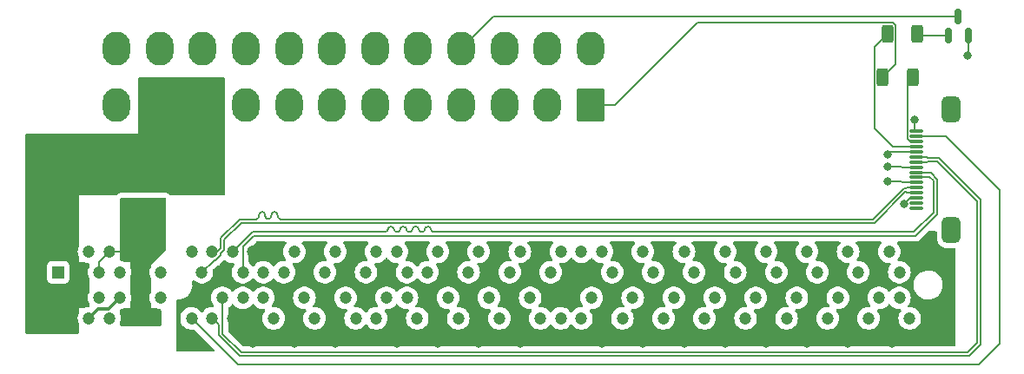
<source format=gtl>
G04 #@! TF.GenerationSoftware,KiCad,Pcbnew,7.0.10*
G04 #@! TF.CreationDate,2024-01-15T21:05:21-07:00*
G04 #@! TF.ProjectId,RPI 5 PCIE,52504920-3520-4504-9349-452e6b696361,rev?*
G04 #@! TF.SameCoordinates,Original*
G04 #@! TF.FileFunction,Copper,L1,Top*
G04 #@! TF.FilePolarity,Positive*
%FSLAX46Y46*%
G04 Gerber Fmt 4.6, Leading zero omitted, Abs format (unit mm)*
G04 Created by KiCad (PCBNEW 7.0.10) date 2024-01-15 21:05:21*
%MOMM*%
%LPD*%
G01*
G04 APERTURE LIST*
G04 Aperture macros list*
%AMRoundRect*
0 Rectangle with rounded corners*
0 $1 Rounding radius*
0 $2 $3 $4 $5 $6 $7 $8 $9 X,Y pos of 4 corners*
0 Add a 4 corners polygon primitive as box body*
4,1,4,$2,$3,$4,$5,$6,$7,$8,$9,$2,$3,0*
0 Add four circle primitives for the rounded corners*
1,1,$1+$1,$2,$3*
1,1,$1+$1,$4,$5*
1,1,$1+$1,$6,$7*
1,1,$1+$1,$8,$9*
0 Add four rect primitives between the rounded corners*
20,1,$1+$1,$2,$3,$4,$5,0*
20,1,$1+$1,$4,$5,$6,$7,0*
20,1,$1+$1,$6,$7,$8,$9,0*
20,1,$1+$1,$8,$9,$2,$3,0*%
G04 Aperture macros list end*
G04 #@! TA.AperFunction,ComponentPad*
%ADD10O,2.700000X3.300000*%
G04 #@! TD*
G04 #@! TA.AperFunction,ComponentPad*
%ADD11RoundRect,0.250001X1.099999X1.399999X-1.099999X1.399999X-1.099999X-1.399999X1.099999X-1.399999X0*%
G04 #@! TD*
G04 #@! TA.AperFunction,ComponentPad*
%ADD12C,1.200000*%
G04 #@! TD*
G04 #@! TA.AperFunction,ComponentPad*
%ADD13R,1.200000X1.200000*%
G04 #@! TD*
G04 #@! TA.AperFunction,SMDPad,CuDef*
%ADD14RoundRect,0.450000X0.450000X0.800000X-0.450000X0.800000X-0.450000X-0.800000X0.450000X-0.800000X0*%
G04 #@! TD*
G04 #@! TA.AperFunction,SMDPad,CuDef*
%ADD15RoundRect,0.087500X0.562500X0.087500X-0.562500X0.087500X-0.562500X-0.087500X0.562500X-0.087500X0*%
G04 #@! TD*
G04 #@! TA.AperFunction,SMDPad,CuDef*
%ADD16RoundRect,0.250000X-0.312500X-0.625000X0.312500X-0.625000X0.312500X0.625000X-0.312500X0.625000X0*%
G04 #@! TD*
G04 #@! TA.AperFunction,SMDPad,CuDef*
%ADD17RoundRect,0.150000X0.150000X-0.587500X0.150000X0.587500X-0.150000X0.587500X-0.150000X-0.587500X0*%
G04 #@! TD*
G04 #@! TA.AperFunction,ViaPad*
%ADD18C,0.800000*%
G04 #@! TD*
G04 #@! TA.AperFunction,Conductor*
%ADD19C,0.155400*%
G04 #@! TD*
G04 #@! TA.AperFunction,Conductor*
%ADD20C,0.200000*%
G04 #@! TD*
G04 #@! TA.AperFunction,Conductor*
%ADD21C,0.300000*%
G04 #@! TD*
G04 #@! TA.AperFunction,Conductor*
%ADD22C,0.127000*%
G04 #@! TD*
G04 #@! TA.AperFunction,Conductor*
%ADD23C,0.190000*%
G04 #@! TD*
G04 APERTURE END LIST*
D10*
X109400000Y-92700000D03*
X113600000Y-92700000D03*
X117800000Y-92700000D03*
X122000000Y-92700000D03*
X126200000Y-92700000D03*
X130400000Y-92700000D03*
X134600000Y-92700000D03*
X138800000Y-92700000D03*
X143000000Y-92700000D03*
X147200000Y-92700000D03*
X151400000Y-92700000D03*
X155600000Y-92700000D03*
X109400000Y-98200000D03*
X113600000Y-98200000D03*
X117800000Y-98200000D03*
X122000000Y-98200000D03*
X126200000Y-98200000D03*
X130400000Y-98200000D03*
X134600000Y-98200000D03*
X138800000Y-98200000D03*
X143000000Y-98200000D03*
X147200000Y-98200000D03*
X151400000Y-98200000D03*
D11*
X155600000Y-98200000D03*
D12*
X186719365Y-119000000D03*
X185719365Y-117000000D03*
X184719365Y-119000000D03*
X183719365Y-117000000D03*
X182719365Y-119000000D03*
X181719365Y-117000000D03*
X180719365Y-119000000D03*
X179719365Y-117000000D03*
X178719365Y-119000000D03*
X177719365Y-117000000D03*
X176719365Y-119000000D03*
X175719365Y-117000000D03*
X174719365Y-119000000D03*
X173719365Y-117000000D03*
X172719365Y-119000000D03*
X171719365Y-117000000D03*
X170719365Y-119000000D03*
X169719365Y-117000000D03*
X168719365Y-119000000D03*
X167719365Y-117000000D03*
X166719365Y-119000000D03*
X165719365Y-117000000D03*
X164719365Y-119000000D03*
X163719365Y-117000000D03*
X162719365Y-119000000D03*
X161719365Y-117000000D03*
X160719365Y-119000000D03*
X159719365Y-117000000D03*
X158719365Y-119000000D03*
X157719365Y-117000000D03*
X156719365Y-119000000D03*
X155719365Y-117000000D03*
X154719365Y-119000000D03*
X153719365Y-117000000D03*
X152719365Y-119000000D03*
X151719365Y-117000000D03*
X150719365Y-119000000D03*
X149719365Y-117000000D03*
X148719365Y-119000000D03*
X147719365Y-117000000D03*
X146719365Y-119000000D03*
X145719365Y-117000000D03*
X144719365Y-119000000D03*
X143719365Y-117000000D03*
X142719365Y-119000000D03*
X141719365Y-117000000D03*
X140719365Y-119000000D03*
X139719365Y-117000000D03*
X138719365Y-119000000D03*
X137719365Y-117000000D03*
X136719365Y-119000000D03*
X135719365Y-117000000D03*
X134719365Y-119000000D03*
X133719365Y-117000000D03*
X132719365Y-119000000D03*
X131719365Y-117000000D03*
X130719365Y-119000000D03*
X129719365Y-117000000D03*
X128719365Y-119000000D03*
X127719365Y-117000000D03*
X126719365Y-119000000D03*
X125719365Y-117000000D03*
X124719365Y-119000000D03*
X123719365Y-117000000D03*
X122719365Y-119000000D03*
X121719365Y-117000000D03*
X120719365Y-119000000D03*
X119719365Y-117000000D03*
X118719365Y-119000000D03*
X117719365Y-117000000D03*
X116719365Y-119000000D03*
X113719365Y-117000000D03*
X112719365Y-119000000D03*
X111719365Y-117000000D03*
X110719365Y-119000000D03*
X109719365Y-117000000D03*
X108719365Y-119000000D03*
X107719365Y-117000000D03*
X106719365Y-119000000D03*
X105719365Y-117000000D03*
X104719365Y-119000000D03*
X103719365Y-117000000D03*
X186719365Y-112500000D03*
X185719365Y-114500000D03*
X184719365Y-112500000D03*
X183719365Y-114500000D03*
X182719365Y-112500000D03*
X181719365Y-114500000D03*
X180719365Y-112500000D03*
X179719365Y-114500000D03*
X178719365Y-112500000D03*
X177719365Y-114500000D03*
X176719365Y-112500000D03*
X175719365Y-114500000D03*
X174719365Y-112500000D03*
X173719365Y-114500000D03*
X172719365Y-112500000D03*
X171719365Y-114500000D03*
X170719365Y-112500000D03*
X169719365Y-114500000D03*
X168719365Y-112500000D03*
X167719365Y-114500000D03*
X166719365Y-112500000D03*
X165719365Y-114500000D03*
X164719365Y-112500000D03*
X163719365Y-114500000D03*
X162719365Y-112500000D03*
X161719365Y-114500000D03*
X160719365Y-112500000D03*
X159719365Y-114500000D03*
X158719365Y-112500000D03*
X157719365Y-114500000D03*
X156719365Y-112500000D03*
X155719365Y-114500000D03*
X154719365Y-112500000D03*
X153719365Y-114500000D03*
X152719365Y-112500000D03*
X151719365Y-114500000D03*
X150719365Y-112500000D03*
X149719365Y-114500000D03*
X148719365Y-112500000D03*
X147719365Y-114500000D03*
X146719365Y-112500000D03*
X145719365Y-114500000D03*
X144719365Y-112500000D03*
X143719365Y-114500000D03*
X142719365Y-112500000D03*
X141719365Y-114500000D03*
X140719365Y-112500000D03*
X139719365Y-114500000D03*
X138719365Y-112500000D03*
X137719365Y-114500000D03*
X136719365Y-112500000D03*
X135719365Y-114500000D03*
X134719365Y-112500000D03*
X133719365Y-114500000D03*
X132719365Y-112500000D03*
X131719365Y-114500000D03*
X130719365Y-112500000D03*
X129719365Y-114500000D03*
X128719365Y-112500000D03*
X127719365Y-114500000D03*
X126719365Y-112500000D03*
X125719365Y-114500000D03*
X124719365Y-112500000D03*
X123719365Y-114500000D03*
X122719365Y-112500000D03*
X121719365Y-114500000D03*
X120719365Y-112500000D03*
X119719365Y-114500000D03*
X118719365Y-112500000D03*
X117719365Y-114500000D03*
X116719365Y-112500000D03*
X113719365Y-114500000D03*
X112719365Y-112500000D03*
X111719365Y-114500000D03*
X110719365Y-112500000D03*
X109719365Y-114500000D03*
X108719365Y-112500000D03*
X107719365Y-114500000D03*
X106719365Y-112500000D03*
X105719365Y-114500000D03*
X104719365Y-112500000D03*
D13*
X103719365Y-114500000D03*
D14*
X190781865Y-110400000D03*
X190781865Y-98600000D03*
D15*
X187406865Y-108250000D03*
X187406865Y-107750000D03*
X187406865Y-107250000D03*
X187406865Y-106750000D03*
X187406865Y-106250000D03*
X187406865Y-105750000D03*
X187406865Y-105250000D03*
X187406865Y-104750000D03*
X187406865Y-104250000D03*
X187406865Y-103750000D03*
X187406865Y-103250000D03*
X187406865Y-102750000D03*
X187406865Y-102250000D03*
X187406865Y-101750000D03*
X187406865Y-101250000D03*
X187406865Y-100750000D03*
D16*
X187462500Y-91250000D03*
X184537500Y-91250000D03*
D17*
X190519365Y-91437500D03*
X192419365Y-91437500D03*
X191469365Y-89562500D03*
D16*
X187000000Y-95500000D03*
X184075000Y-95500000D03*
D18*
X186200000Y-107800000D03*
X184600000Y-105600000D03*
X184600000Y-104200000D03*
X184600000Y-103000000D03*
X192400000Y-93400000D03*
X187200000Y-99600000D03*
X113500000Y-109500000D03*
X112000000Y-109500000D03*
X110500000Y-109500000D03*
X113500000Y-108250000D03*
X112000000Y-108250000D03*
X110500000Y-108250000D03*
X176719365Y-121500000D03*
X172719365Y-121500000D03*
X126719365Y-121500000D03*
X156719365Y-121500000D03*
X168719365Y-121500000D03*
X184969365Y-121500000D03*
X140719365Y-121500000D03*
X164719365Y-121500000D03*
X144719365Y-121500000D03*
X180719365Y-121500000D03*
X136719365Y-121500000D03*
X122719365Y-121500000D03*
X130719365Y-121500000D03*
X148719365Y-121500000D03*
X160719365Y-121500000D03*
D19*
X188381866Y-105250000D02*
X187406865Y-105250000D01*
X188452566Y-105179300D02*
X188381866Y-105250000D01*
X188645095Y-105179300D02*
X188452566Y-105179300D01*
X189040065Y-105574270D02*
X188645095Y-105179300D01*
X189040065Y-108675730D02*
X189040065Y-105574270D01*
X187145095Y-110570700D02*
X189040065Y-108675730D01*
X140309950Y-110570700D02*
X140400000Y-110570700D01*
X139709950Y-110060749D02*
X139800000Y-110060749D01*
X139454975Y-110315725D02*
X139454975Y-110315724D01*
X139109950Y-110570700D02*
X139200000Y-110570700D01*
X138254975Y-110315725D02*
X138254975Y-110315724D01*
X137909950Y-110570700D02*
X138000000Y-110570700D01*
X140400000Y-110570700D02*
X187145095Y-110570700D01*
X137654975Y-110315724D02*
X137654975Y-110315725D01*
X137309950Y-110060749D02*
X137400000Y-110060749D01*
X137054975Y-110315725D02*
X137054975Y-110315724D01*
X136454975Y-110315724D02*
X136454975Y-110315725D01*
X136109950Y-110060749D02*
X136200000Y-110060749D01*
X138509950Y-110060749D02*
X138600000Y-110060749D01*
X135854975Y-110315725D02*
X135854975Y-110315724D01*
X122648665Y-110570700D02*
X135600000Y-110570700D01*
X136709950Y-110570700D02*
X136800000Y-110570700D01*
X140054900Y-110315725D02*
G75*
G03*
X140309950Y-110570700I255000J25D01*
G01*
X140054951Y-110315724D02*
G75*
G03*
X139800000Y-110060749I-254951J24D01*
G01*
X139200000Y-110570675D02*
G75*
G03*
X139454975Y-110315725I0J254975D01*
G01*
X138854900Y-110315725D02*
G75*
G03*
X139109950Y-110570700I255000J25D01*
G01*
X138854951Y-110315724D02*
G75*
G03*
X138600000Y-110060749I-254951J24D01*
G01*
X138509950Y-110060775D02*
G75*
G03*
X138254975Y-110315724I-50J-254925D01*
G01*
X139709950Y-110060775D02*
G75*
G03*
X139454975Y-110315724I-50J-254925D01*
G01*
X138000000Y-110570675D02*
G75*
G03*
X138254975Y-110315725I0J254975D01*
G01*
X137654900Y-110315725D02*
G75*
G03*
X137909950Y-110570700I255000J25D01*
G01*
X136800000Y-110570675D02*
G75*
G03*
X137054975Y-110315725I0J254975D01*
G01*
X120719365Y-112500000D02*
X122648665Y-110570700D01*
X137309950Y-110060775D02*
G75*
G03*
X137054975Y-110315724I-50J-254925D01*
G01*
X138854975Y-110315724D02*
X138854975Y-110315725D01*
X136454951Y-110315724D02*
G75*
G03*
X136200000Y-110060749I-254951J24D01*
G01*
X137654951Y-110315724D02*
G75*
G03*
X137400000Y-110060749I-254951J24D01*
G01*
X136109950Y-110060775D02*
G75*
G03*
X135854975Y-110315724I-50J-254925D01*
G01*
X140054975Y-110315724D02*
X140054975Y-110315725D01*
X136454900Y-110315725D02*
G75*
G03*
X136709950Y-110570700I255000J25D01*
G01*
X135600000Y-110570675D02*
G75*
G03*
X135854975Y-110315725I0J254975D01*
G01*
X186431864Y-106250000D02*
X187406865Y-106250000D01*
X186361164Y-106320700D02*
X186431864Y-106250000D01*
X183145095Y-109320700D02*
X186145095Y-106320700D01*
X129363132Y-109320700D02*
X183145095Y-109320700D01*
X125400000Y-109320700D02*
X129363132Y-109320700D01*
X125100000Y-108915080D02*
X125100000Y-109020700D01*
X124500000Y-109020700D02*
X124500000Y-108915080D01*
X123900000Y-108915080D02*
X123900000Y-109020700D01*
X186145095Y-106320700D02*
X186361164Y-106320700D01*
X123300000Y-109020700D02*
X123300000Y-108915080D01*
X121395095Y-109320700D02*
X123000000Y-109320700D01*
X119540065Y-112172163D02*
X119540065Y-111175730D01*
X119212228Y-112500000D02*
X119540065Y-112172163D01*
X118719365Y-112500000D02*
X119212228Y-112500000D01*
X125100020Y-108915080D02*
G75*
G03*
X124800000Y-108615080I-300020J-20D01*
G01*
X125100000Y-109020700D02*
G75*
G03*
X125400000Y-109320700I300000J0D01*
G01*
X119540065Y-111175730D02*
X121395095Y-109320700D01*
X124800000Y-108615100D02*
G75*
G03*
X124500000Y-108915080I0J-300000D01*
G01*
X124200000Y-109320700D02*
G75*
G03*
X124500000Y-109020700I0J300000D01*
G01*
X123900020Y-108915080D02*
G75*
G03*
X123600000Y-108615080I-300020J-20D01*
G01*
X123900000Y-109020700D02*
G75*
G03*
X124200000Y-109320700I300000J0D01*
G01*
X123600000Y-108615100D02*
G75*
G03*
X123300000Y-108915080I0J-300000D01*
G01*
X123000000Y-109320700D02*
G75*
G03*
X123300000Y-109020700I0J300000D01*
G01*
D20*
X108719365Y-112500000D02*
X110719365Y-112500000D01*
X107719365Y-113500000D02*
X108719365Y-112500000D01*
X107719365Y-114500000D02*
X107719365Y-113500000D01*
X186200000Y-107800000D02*
X186400000Y-107600000D01*
X184600000Y-105600000D02*
X184550000Y-105750000D01*
X184600000Y-104200000D02*
X184650000Y-104250000D01*
X184850000Y-102750000D02*
X184600000Y-103000000D01*
X187406865Y-102750000D02*
X184850000Y-102750000D01*
X187406865Y-104250000D02*
X184600000Y-104200000D01*
X187406865Y-105750000D02*
X184600000Y-105600000D01*
X187406865Y-107250000D02*
X186750000Y-107250000D01*
X186750000Y-107250000D02*
X186200000Y-107800000D01*
X192419365Y-93380635D02*
X192400000Y-93400000D01*
X192419365Y-91437500D02*
X192419365Y-93380635D01*
X185054506Y-90148000D02*
X166052000Y-90148000D01*
X158000000Y-98200000D02*
X155600000Y-98200000D01*
X185327000Y-90420494D02*
X185054506Y-90148000D01*
X166052000Y-90148000D02*
X158000000Y-98200000D01*
X185327000Y-94248000D02*
X185327000Y-90420494D01*
X184075000Y-95500000D02*
X185327000Y-94248000D01*
X146137500Y-89562500D02*
X143000000Y-92700000D01*
X191469365Y-89562500D02*
X146137500Y-89562500D01*
X187650000Y-91437500D02*
X187462500Y-91250000D01*
X190519365Y-91437500D02*
X187650000Y-91437500D01*
X186529865Y-95970135D02*
X187000000Y-95500000D01*
X186756866Y-101750000D02*
X186529865Y-101522999D01*
X187406865Y-101750000D02*
X186756866Y-101750000D01*
X186529865Y-101522999D02*
X186529865Y-95970135D01*
X183285500Y-92502000D02*
X184537500Y-91250000D01*
X183285500Y-100485500D02*
X183285500Y-92502000D01*
X185050000Y-102250000D02*
X183285500Y-100485500D01*
X187406865Y-102250000D02*
X185050000Y-102250000D01*
X187200000Y-100543135D02*
X187200000Y-99600000D01*
X187406865Y-100750000D02*
X187200000Y-100543135D01*
D21*
X107596365Y-118123000D02*
X108596365Y-118123000D01*
X106719365Y-119000000D02*
X107596365Y-118123000D01*
X108596365Y-118123000D02*
X109719365Y-117000000D01*
D22*
X187406865Y-102250000D02*
X186756866Y-102250000D01*
X121219365Y-123500000D02*
X116719365Y-119000000D01*
X193469365Y-123500000D02*
X121219365Y-123500000D01*
X195469365Y-121500000D02*
X193469365Y-123500000D01*
X195469365Y-106500000D02*
X195469365Y-121500000D01*
X190219365Y-101250000D02*
X195469365Y-106500000D01*
X187406865Y-101250000D02*
X190219365Y-101250000D01*
D19*
X119719365Y-120496430D02*
X119719365Y-117000000D01*
X192395095Y-122320700D02*
X121543635Y-122320700D01*
X193290065Y-121425730D02*
X192395095Y-122320700D01*
X193290065Y-107574270D02*
X193290065Y-121425730D01*
X189395095Y-103679300D02*
X193290065Y-107574270D01*
X188452566Y-103679300D02*
X189395095Y-103679300D01*
X188381866Y-103750000D02*
X188452566Y-103679300D01*
X187406865Y-103750000D02*
X188381866Y-103750000D01*
X119360765Y-120644970D02*
X119360765Y-119641400D01*
X121395095Y-122679300D02*
X119360765Y-120644970D01*
X192543635Y-122679300D02*
X121395095Y-122679300D01*
X193648665Y-121574270D02*
X192543635Y-122679300D01*
X121543635Y-122320700D02*
X119719365Y-120496430D01*
X193648665Y-107425730D02*
X193648665Y-121574270D01*
X188381866Y-103250000D02*
X188452566Y-103320700D01*
X188452566Y-103320700D02*
X189543635Y-103320700D01*
X187406865Y-103250000D02*
X188381866Y-103250000D01*
X119360765Y-119641400D02*
X118719365Y-119000000D01*
X189543635Y-103320700D02*
X193648665Y-107425730D01*
D23*
X117219365Y-114500000D02*
X117719365Y-114500000D01*
D20*
X118461271Y-119258094D02*
X118719365Y-119000000D01*
D19*
X119524065Y-112833318D02*
X119052683Y-113304700D01*
X119898665Y-111324270D02*
X119898665Y-112320700D01*
X119052683Y-113304700D02*
X118914665Y-113304700D01*
X119898665Y-112320700D02*
X119524065Y-112695300D01*
X119524065Y-112695300D02*
X119524065Y-112833318D01*
X118914665Y-113304700D02*
X117719365Y-114500000D01*
X122797202Y-110929300D02*
X121719365Y-112007137D01*
X121719365Y-112007137D02*
X121719365Y-114500000D01*
X186361164Y-106679300D02*
X186293635Y-106679300D01*
X186431864Y-106750000D02*
X186361164Y-106679300D01*
X186293635Y-106679300D02*
X183293635Y-109679300D01*
X121543635Y-109679300D02*
X119898665Y-111324270D01*
X183293635Y-109679300D02*
X121543635Y-109679300D01*
X187406865Y-106750000D02*
X186431864Y-106750000D01*
X187293635Y-110929300D02*
X122797202Y-110929300D01*
X189398665Y-108824270D02*
X187293635Y-110929300D01*
X189398665Y-105425730D02*
X189398665Y-108824270D01*
X188793635Y-104820700D02*
X189398665Y-105425730D01*
X188452566Y-104820700D02*
X188793635Y-104820700D01*
X188381866Y-104750000D02*
X188452566Y-104820700D01*
X187406865Y-104750000D02*
X188381866Y-104750000D01*
G04 #@! TA.AperFunction,Conductor*
G36*
X189324404Y-110519685D02*
G01*
X189370159Y-110572489D01*
X189381365Y-110624000D01*
X189381365Y-111255136D01*
X189391447Y-111368548D01*
X189444627Y-111554405D01*
X189494116Y-111649147D01*
X189534131Y-111725751D01*
X189558324Y-111755421D01*
X189656293Y-111875571D01*
X189696879Y-111908664D01*
X189806114Y-111997734D01*
X189977459Y-112087237D01*
X190163313Y-112140417D01*
X190276727Y-112150500D01*
X190276735Y-112150500D01*
X191095365Y-112150500D01*
X191162404Y-112170185D01*
X191208159Y-112222989D01*
X191219365Y-112274500D01*
X191219365Y-121618500D01*
X191199680Y-121685539D01*
X191146876Y-121731294D01*
X191095365Y-121742500D01*
X121834496Y-121742500D01*
X121767457Y-121722815D01*
X121746815Y-121706181D01*
X120333884Y-120293250D01*
X120300399Y-120231927D01*
X120297565Y-120205569D01*
X120297565Y-118005436D01*
X120317250Y-117938397D01*
X120356288Y-117900009D01*
X120385406Y-117881981D01*
X120536129Y-117744579D01*
X120620411Y-117632970D01*
X120676520Y-117591335D01*
X120746232Y-117586644D01*
X120807414Y-117620386D01*
X120818319Y-117632971D01*
X120902602Y-117744581D01*
X121053323Y-117881980D01*
X121053325Y-117881982D01*
X121141164Y-117936369D01*
X121226728Y-117989348D01*
X121416909Y-118063024D01*
X121617389Y-118100500D01*
X121617391Y-118100500D01*
X121821339Y-118100500D01*
X121821341Y-118100500D01*
X122021821Y-118063024D01*
X122212002Y-117989348D01*
X122385406Y-117881981D01*
X122536129Y-117744579D01*
X122620411Y-117632970D01*
X122676520Y-117591335D01*
X122746232Y-117586644D01*
X122807414Y-117620386D01*
X122818319Y-117632971D01*
X122902602Y-117744581D01*
X123053323Y-117881980D01*
X123053325Y-117881982D01*
X123141164Y-117936369D01*
X123226728Y-117989348D01*
X123416909Y-118063024D01*
X123617389Y-118100500D01*
X123617391Y-118100500D01*
X123770566Y-118100500D01*
X123837605Y-118120185D01*
X123883360Y-118172989D01*
X123893304Y-118242147D01*
X123869520Y-118299227D01*
X123779692Y-118418178D01*
X123688787Y-118600739D01*
X123688782Y-118600752D01*
X123632967Y-118796917D01*
X123614150Y-118999999D01*
X123614150Y-119000000D01*
X123632967Y-119203082D01*
X123688782Y-119399247D01*
X123688787Y-119399260D01*
X123779692Y-119581821D01*
X123902602Y-119744581D01*
X124053323Y-119881980D01*
X124053325Y-119881982D01*
X124152506Y-119943392D01*
X124226728Y-119989348D01*
X124416909Y-120063024D01*
X124617389Y-120100500D01*
X124617391Y-120100500D01*
X124821339Y-120100500D01*
X124821341Y-120100500D01*
X125021821Y-120063024D01*
X125212002Y-119989348D01*
X125385406Y-119881981D01*
X125536129Y-119744579D01*
X125659038Y-119581821D01*
X125749947Y-119399250D01*
X125805762Y-119203083D01*
X125824580Y-119000000D01*
X125805762Y-118796917D01*
X125749947Y-118600750D01*
X125659038Y-118418179D01*
X125536129Y-118255421D01*
X125536127Y-118255418D01*
X125385406Y-118118019D01*
X125385404Y-118118017D01*
X125212007Y-118010655D01*
X125212000Y-118010651D01*
X125116911Y-117973814D01*
X125021821Y-117936976D01*
X124821341Y-117899500D01*
X124668164Y-117899500D01*
X124601125Y-117879815D01*
X124555370Y-117827011D01*
X124545426Y-117757853D01*
X124569210Y-117700773D01*
X124629915Y-117620386D01*
X124659038Y-117581821D01*
X124749947Y-117399250D01*
X124805762Y-117203083D01*
X124824580Y-117000000D01*
X126614150Y-117000000D01*
X126632967Y-117203082D01*
X126688782Y-117399247D01*
X126688787Y-117399260D01*
X126779692Y-117581821D01*
X126902602Y-117744581D01*
X127053323Y-117881980D01*
X127053325Y-117881982D01*
X127141164Y-117936369D01*
X127226728Y-117989348D01*
X127416909Y-118063024D01*
X127617389Y-118100500D01*
X127617391Y-118100500D01*
X127770566Y-118100500D01*
X127837605Y-118120185D01*
X127883360Y-118172989D01*
X127893304Y-118242147D01*
X127869520Y-118299227D01*
X127779692Y-118418178D01*
X127688787Y-118600739D01*
X127688782Y-118600752D01*
X127632967Y-118796917D01*
X127614150Y-118999999D01*
X127614150Y-119000000D01*
X127632967Y-119203082D01*
X127688782Y-119399247D01*
X127688787Y-119399260D01*
X127779692Y-119581821D01*
X127902602Y-119744581D01*
X128053323Y-119881980D01*
X128053325Y-119881982D01*
X128152506Y-119943392D01*
X128226728Y-119989348D01*
X128416909Y-120063024D01*
X128617389Y-120100500D01*
X128617391Y-120100500D01*
X128821339Y-120100500D01*
X128821341Y-120100500D01*
X129021821Y-120063024D01*
X129212002Y-119989348D01*
X129385406Y-119881981D01*
X129536129Y-119744579D01*
X129659038Y-119581821D01*
X129749947Y-119399250D01*
X129805762Y-119203083D01*
X129824580Y-119000000D01*
X129805762Y-118796917D01*
X129749947Y-118600750D01*
X129659038Y-118418179D01*
X129536129Y-118255421D01*
X129536127Y-118255418D01*
X129385406Y-118118019D01*
X129385404Y-118118017D01*
X129212007Y-118010655D01*
X129212000Y-118010651D01*
X129116911Y-117973814D01*
X129021821Y-117936976D01*
X128821341Y-117899500D01*
X128668164Y-117899500D01*
X128601125Y-117879815D01*
X128555370Y-117827011D01*
X128545426Y-117757853D01*
X128569210Y-117700773D01*
X128629915Y-117620386D01*
X128659038Y-117581821D01*
X128749947Y-117399250D01*
X128805762Y-117203083D01*
X128824580Y-117000000D01*
X130614150Y-117000000D01*
X130632967Y-117203082D01*
X130688782Y-117399247D01*
X130688787Y-117399260D01*
X130779692Y-117581821D01*
X130902602Y-117744581D01*
X131053323Y-117881980D01*
X131053325Y-117881982D01*
X131141164Y-117936369D01*
X131226728Y-117989348D01*
X131416909Y-118063024D01*
X131617389Y-118100500D01*
X131617391Y-118100500D01*
X131770566Y-118100500D01*
X131837605Y-118120185D01*
X131883360Y-118172989D01*
X131893304Y-118242147D01*
X131869520Y-118299227D01*
X131779692Y-118418178D01*
X131688787Y-118600739D01*
X131688782Y-118600752D01*
X131632967Y-118796917D01*
X131614150Y-118999999D01*
X131614150Y-119000000D01*
X131632967Y-119203082D01*
X131688782Y-119399247D01*
X131688787Y-119399260D01*
X131779692Y-119581821D01*
X131902602Y-119744581D01*
X132053323Y-119881980D01*
X132053325Y-119881982D01*
X132152506Y-119943392D01*
X132226728Y-119989348D01*
X132416909Y-120063024D01*
X132617389Y-120100500D01*
X132617391Y-120100500D01*
X132821339Y-120100500D01*
X132821341Y-120100500D01*
X133021821Y-120063024D01*
X133212002Y-119989348D01*
X133385406Y-119881981D01*
X133536129Y-119744579D01*
X133620411Y-119632970D01*
X133676520Y-119591335D01*
X133746232Y-119586644D01*
X133807414Y-119620386D01*
X133818319Y-119632971D01*
X133902602Y-119744581D01*
X134053323Y-119881980D01*
X134053325Y-119881982D01*
X134152506Y-119943392D01*
X134226728Y-119989348D01*
X134416909Y-120063024D01*
X134617389Y-120100500D01*
X134617391Y-120100500D01*
X134821339Y-120100500D01*
X134821341Y-120100500D01*
X135021821Y-120063024D01*
X135212002Y-119989348D01*
X135385406Y-119881981D01*
X135536129Y-119744579D01*
X135659038Y-119581821D01*
X135749947Y-119399250D01*
X135805762Y-119203083D01*
X135824580Y-119000000D01*
X135805762Y-118796917D01*
X135749947Y-118600750D01*
X135659038Y-118418179D01*
X135569210Y-118299227D01*
X135544518Y-118233865D01*
X135559083Y-118165531D01*
X135608281Y-118115918D01*
X135668164Y-118100500D01*
X135821339Y-118100500D01*
X135821341Y-118100500D01*
X136021821Y-118063024D01*
X136212002Y-117989348D01*
X136385406Y-117881981D01*
X136536129Y-117744579D01*
X136620411Y-117632970D01*
X136676520Y-117591335D01*
X136746232Y-117586644D01*
X136807414Y-117620386D01*
X136818319Y-117632971D01*
X136902602Y-117744581D01*
X137053323Y-117881980D01*
X137053325Y-117881982D01*
X137141164Y-117936369D01*
X137226728Y-117989348D01*
X137416909Y-118063024D01*
X137617389Y-118100500D01*
X137617391Y-118100500D01*
X137770566Y-118100500D01*
X137837605Y-118120185D01*
X137883360Y-118172989D01*
X137893304Y-118242147D01*
X137869520Y-118299227D01*
X137779692Y-118418178D01*
X137688787Y-118600739D01*
X137688782Y-118600752D01*
X137632967Y-118796917D01*
X137614150Y-118999999D01*
X137614150Y-119000000D01*
X137632967Y-119203082D01*
X137688782Y-119399247D01*
X137688787Y-119399260D01*
X137779692Y-119581821D01*
X137902602Y-119744581D01*
X138053323Y-119881980D01*
X138053325Y-119881982D01*
X138152506Y-119943392D01*
X138226728Y-119989348D01*
X138416909Y-120063024D01*
X138617389Y-120100500D01*
X138617391Y-120100500D01*
X138821339Y-120100500D01*
X138821341Y-120100500D01*
X139021821Y-120063024D01*
X139212002Y-119989348D01*
X139385406Y-119881981D01*
X139536129Y-119744579D01*
X139659038Y-119581821D01*
X139749947Y-119399250D01*
X139805762Y-119203083D01*
X139824580Y-119000000D01*
X139805762Y-118796917D01*
X139749947Y-118600750D01*
X139659038Y-118418179D01*
X139536129Y-118255421D01*
X139536127Y-118255418D01*
X139385406Y-118118019D01*
X139385404Y-118118017D01*
X139212007Y-118010655D01*
X139212000Y-118010651D01*
X139116911Y-117973814D01*
X139021821Y-117936976D01*
X138821341Y-117899500D01*
X138668164Y-117899500D01*
X138601125Y-117879815D01*
X138555370Y-117827011D01*
X138545426Y-117757853D01*
X138569210Y-117700773D01*
X138629915Y-117620386D01*
X138659038Y-117581821D01*
X138749947Y-117399250D01*
X138805762Y-117203083D01*
X138824580Y-117000000D01*
X140614150Y-117000000D01*
X140632967Y-117203082D01*
X140688782Y-117399247D01*
X140688787Y-117399260D01*
X140779692Y-117581821D01*
X140902602Y-117744581D01*
X141053323Y-117881980D01*
X141053325Y-117881982D01*
X141141164Y-117936369D01*
X141226728Y-117989348D01*
X141416909Y-118063024D01*
X141617389Y-118100500D01*
X141617391Y-118100500D01*
X141770566Y-118100500D01*
X141837605Y-118120185D01*
X141883360Y-118172989D01*
X141893304Y-118242147D01*
X141869520Y-118299227D01*
X141779692Y-118418178D01*
X141688787Y-118600739D01*
X141688782Y-118600752D01*
X141632967Y-118796917D01*
X141614150Y-118999999D01*
X141614150Y-119000000D01*
X141632967Y-119203082D01*
X141688782Y-119399247D01*
X141688787Y-119399260D01*
X141779692Y-119581821D01*
X141902602Y-119744581D01*
X142053323Y-119881980D01*
X142053325Y-119881982D01*
X142152506Y-119943392D01*
X142226728Y-119989348D01*
X142416909Y-120063024D01*
X142617389Y-120100500D01*
X142617391Y-120100500D01*
X142821339Y-120100500D01*
X142821341Y-120100500D01*
X143021821Y-120063024D01*
X143212002Y-119989348D01*
X143385406Y-119881981D01*
X143536129Y-119744579D01*
X143659038Y-119581821D01*
X143749947Y-119399250D01*
X143805762Y-119203083D01*
X143824580Y-119000000D01*
X143805762Y-118796917D01*
X143749947Y-118600750D01*
X143659038Y-118418179D01*
X143536129Y-118255421D01*
X143536127Y-118255418D01*
X143385406Y-118118019D01*
X143385404Y-118118017D01*
X143212007Y-118010655D01*
X143212000Y-118010651D01*
X143116911Y-117973814D01*
X143021821Y-117936976D01*
X142821341Y-117899500D01*
X142668164Y-117899500D01*
X142601125Y-117879815D01*
X142555370Y-117827011D01*
X142545426Y-117757853D01*
X142569210Y-117700773D01*
X142629915Y-117620386D01*
X142659038Y-117581821D01*
X142749947Y-117399250D01*
X142805762Y-117203083D01*
X142824580Y-117000000D01*
X144614150Y-117000000D01*
X144632967Y-117203082D01*
X144688782Y-117399247D01*
X144688787Y-117399260D01*
X144779692Y-117581821D01*
X144902602Y-117744581D01*
X145053323Y-117881980D01*
X145053325Y-117881982D01*
X145141164Y-117936369D01*
X145226728Y-117989348D01*
X145416909Y-118063024D01*
X145617389Y-118100500D01*
X145617391Y-118100500D01*
X145770566Y-118100500D01*
X145837605Y-118120185D01*
X145883360Y-118172989D01*
X145893304Y-118242147D01*
X145869520Y-118299227D01*
X145779692Y-118418178D01*
X145688787Y-118600739D01*
X145688782Y-118600752D01*
X145632967Y-118796917D01*
X145614150Y-118999999D01*
X145614150Y-119000000D01*
X145632967Y-119203082D01*
X145688782Y-119399247D01*
X145688787Y-119399260D01*
X145779692Y-119581821D01*
X145902602Y-119744581D01*
X146053323Y-119881980D01*
X146053325Y-119881982D01*
X146152506Y-119943392D01*
X146226728Y-119989348D01*
X146416909Y-120063024D01*
X146617389Y-120100500D01*
X146617391Y-120100500D01*
X146821339Y-120100500D01*
X146821341Y-120100500D01*
X147021821Y-120063024D01*
X147212002Y-119989348D01*
X147385406Y-119881981D01*
X147536129Y-119744579D01*
X147659038Y-119581821D01*
X147749947Y-119399250D01*
X147805762Y-119203083D01*
X147824580Y-119000000D01*
X147805762Y-118796917D01*
X147749947Y-118600750D01*
X147659038Y-118418179D01*
X147536129Y-118255421D01*
X147536127Y-118255418D01*
X147385406Y-118118019D01*
X147385404Y-118118017D01*
X147212007Y-118010655D01*
X147212000Y-118010651D01*
X147116911Y-117973814D01*
X147021821Y-117936976D01*
X146821341Y-117899500D01*
X146668164Y-117899500D01*
X146601125Y-117879815D01*
X146555370Y-117827011D01*
X146545426Y-117757853D01*
X146569210Y-117700773D01*
X146629915Y-117620386D01*
X146659038Y-117581821D01*
X146749947Y-117399250D01*
X146805762Y-117203083D01*
X146824580Y-117000000D01*
X148614150Y-117000000D01*
X148632967Y-117203082D01*
X148688782Y-117399247D01*
X148688787Y-117399260D01*
X148779692Y-117581821D01*
X148902602Y-117744581D01*
X149053323Y-117881980D01*
X149053325Y-117881982D01*
X149141164Y-117936369D01*
X149226728Y-117989348D01*
X149416909Y-118063024D01*
X149617389Y-118100500D01*
X149617391Y-118100500D01*
X149770566Y-118100500D01*
X149837605Y-118120185D01*
X149883360Y-118172989D01*
X149893304Y-118242147D01*
X149869520Y-118299227D01*
X149779692Y-118418178D01*
X149688787Y-118600739D01*
X149688782Y-118600752D01*
X149632967Y-118796917D01*
X149614150Y-118999999D01*
X149614150Y-119000000D01*
X149632967Y-119203082D01*
X149688782Y-119399247D01*
X149688787Y-119399260D01*
X149779692Y-119581821D01*
X149902602Y-119744581D01*
X150053323Y-119881980D01*
X150053325Y-119881982D01*
X150152506Y-119943392D01*
X150226728Y-119989348D01*
X150416909Y-120063024D01*
X150617389Y-120100500D01*
X150617391Y-120100500D01*
X150821339Y-120100500D01*
X150821341Y-120100500D01*
X151021821Y-120063024D01*
X151212002Y-119989348D01*
X151385406Y-119881981D01*
X151536129Y-119744579D01*
X151620411Y-119632970D01*
X151676520Y-119591335D01*
X151746232Y-119586644D01*
X151807414Y-119620386D01*
X151818319Y-119632971D01*
X151902602Y-119744581D01*
X152053323Y-119881980D01*
X152053325Y-119881982D01*
X152152506Y-119943392D01*
X152226728Y-119989348D01*
X152416909Y-120063024D01*
X152617389Y-120100500D01*
X152617391Y-120100500D01*
X152821339Y-120100500D01*
X152821341Y-120100500D01*
X153021821Y-120063024D01*
X153212002Y-119989348D01*
X153385406Y-119881981D01*
X153536129Y-119744579D01*
X153620411Y-119632970D01*
X153676520Y-119591335D01*
X153746232Y-119586644D01*
X153807414Y-119620386D01*
X153818319Y-119632971D01*
X153902602Y-119744581D01*
X154053323Y-119881980D01*
X154053325Y-119881982D01*
X154152506Y-119943392D01*
X154226728Y-119989348D01*
X154416909Y-120063024D01*
X154617389Y-120100500D01*
X154617391Y-120100500D01*
X154821339Y-120100500D01*
X154821341Y-120100500D01*
X155021821Y-120063024D01*
X155212002Y-119989348D01*
X155385406Y-119881981D01*
X155536129Y-119744579D01*
X155659038Y-119581821D01*
X155749947Y-119399250D01*
X155805762Y-119203083D01*
X155824580Y-119000000D01*
X157614150Y-119000000D01*
X157632967Y-119203082D01*
X157688782Y-119399247D01*
X157688787Y-119399260D01*
X157779692Y-119581821D01*
X157902602Y-119744581D01*
X158053323Y-119881980D01*
X158053325Y-119881982D01*
X158152506Y-119943392D01*
X158226728Y-119989348D01*
X158416909Y-120063024D01*
X158617389Y-120100500D01*
X158617391Y-120100500D01*
X158821339Y-120100500D01*
X158821341Y-120100500D01*
X159021821Y-120063024D01*
X159212002Y-119989348D01*
X159385406Y-119881981D01*
X159536129Y-119744579D01*
X159659038Y-119581821D01*
X159749947Y-119399250D01*
X159805762Y-119203083D01*
X159824580Y-119000000D01*
X161614150Y-119000000D01*
X161632967Y-119203082D01*
X161688782Y-119399247D01*
X161688787Y-119399260D01*
X161779692Y-119581821D01*
X161902602Y-119744581D01*
X162053323Y-119881980D01*
X162053325Y-119881982D01*
X162152506Y-119943392D01*
X162226728Y-119989348D01*
X162416909Y-120063024D01*
X162617389Y-120100500D01*
X162617391Y-120100500D01*
X162821339Y-120100500D01*
X162821341Y-120100500D01*
X163021821Y-120063024D01*
X163212002Y-119989348D01*
X163385406Y-119881981D01*
X163536129Y-119744579D01*
X163659038Y-119581821D01*
X163749947Y-119399250D01*
X163805762Y-119203083D01*
X163824580Y-119000000D01*
X165614150Y-119000000D01*
X165632967Y-119203082D01*
X165688782Y-119399247D01*
X165688787Y-119399260D01*
X165779692Y-119581821D01*
X165902602Y-119744581D01*
X166053323Y-119881980D01*
X166053325Y-119881982D01*
X166152506Y-119943392D01*
X166226728Y-119989348D01*
X166416909Y-120063024D01*
X166617389Y-120100500D01*
X166617391Y-120100500D01*
X166821339Y-120100500D01*
X166821341Y-120100500D01*
X167021821Y-120063024D01*
X167212002Y-119989348D01*
X167385406Y-119881981D01*
X167536129Y-119744579D01*
X167659038Y-119581821D01*
X167749947Y-119399250D01*
X167805762Y-119203083D01*
X167824580Y-119000000D01*
X169614150Y-119000000D01*
X169632967Y-119203082D01*
X169688782Y-119399247D01*
X169688787Y-119399260D01*
X169779692Y-119581821D01*
X169902602Y-119744581D01*
X170053323Y-119881980D01*
X170053325Y-119881982D01*
X170152506Y-119943392D01*
X170226728Y-119989348D01*
X170416909Y-120063024D01*
X170617389Y-120100500D01*
X170617391Y-120100500D01*
X170821339Y-120100500D01*
X170821341Y-120100500D01*
X171021821Y-120063024D01*
X171212002Y-119989348D01*
X171385406Y-119881981D01*
X171536129Y-119744579D01*
X171659038Y-119581821D01*
X171749947Y-119399250D01*
X171805762Y-119203083D01*
X171824580Y-119000000D01*
X173614150Y-119000000D01*
X173632967Y-119203082D01*
X173688782Y-119399247D01*
X173688787Y-119399260D01*
X173779692Y-119581821D01*
X173902602Y-119744581D01*
X174053323Y-119881980D01*
X174053325Y-119881982D01*
X174152506Y-119943392D01*
X174226728Y-119989348D01*
X174416909Y-120063024D01*
X174617389Y-120100500D01*
X174617391Y-120100500D01*
X174821339Y-120100500D01*
X174821341Y-120100500D01*
X175021821Y-120063024D01*
X175212002Y-119989348D01*
X175385406Y-119881981D01*
X175536129Y-119744579D01*
X175659038Y-119581821D01*
X175749947Y-119399250D01*
X175805762Y-119203083D01*
X175824580Y-119000000D01*
X177614150Y-119000000D01*
X177632967Y-119203082D01*
X177688782Y-119399247D01*
X177688787Y-119399260D01*
X177779692Y-119581821D01*
X177902602Y-119744581D01*
X178053323Y-119881980D01*
X178053325Y-119881982D01*
X178152506Y-119943392D01*
X178226728Y-119989348D01*
X178416909Y-120063024D01*
X178617389Y-120100500D01*
X178617391Y-120100500D01*
X178821339Y-120100500D01*
X178821341Y-120100500D01*
X179021821Y-120063024D01*
X179212002Y-119989348D01*
X179385406Y-119881981D01*
X179536129Y-119744579D01*
X179659038Y-119581821D01*
X179749947Y-119399250D01*
X179805762Y-119203083D01*
X179824580Y-119000000D01*
X181614150Y-119000000D01*
X181632967Y-119203082D01*
X181688782Y-119399247D01*
X181688787Y-119399260D01*
X181779692Y-119581821D01*
X181902602Y-119744581D01*
X182053323Y-119881980D01*
X182053325Y-119881982D01*
X182152506Y-119943392D01*
X182226728Y-119989348D01*
X182416909Y-120063024D01*
X182617389Y-120100500D01*
X182617391Y-120100500D01*
X182821339Y-120100500D01*
X182821341Y-120100500D01*
X183021821Y-120063024D01*
X183212002Y-119989348D01*
X183385406Y-119881981D01*
X183536129Y-119744579D01*
X183659038Y-119581821D01*
X183749947Y-119399250D01*
X183805762Y-119203083D01*
X183824580Y-119000000D01*
X183805762Y-118796917D01*
X183749947Y-118600750D01*
X183659038Y-118418179D01*
X183569210Y-118299227D01*
X183544518Y-118233865D01*
X183559083Y-118165531D01*
X183608281Y-118115918D01*
X183668164Y-118100500D01*
X183821339Y-118100500D01*
X183821341Y-118100500D01*
X184021821Y-118063024D01*
X184212002Y-117989348D01*
X184385406Y-117881981D01*
X184536129Y-117744579D01*
X184620411Y-117632970D01*
X184676520Y-117591335D01*
X184746232Y-117586644D01*
X184807414Y-117620386D01*
X184818319Y-117632971D01*
X184902602Y-117744581D01*
X185053323Y-117881980D01*
X185053325Y-117881982D01*
X185141164Y-117936369D01*
X185226728Y-117989348D01*
X185416909Y-118063024D01*
X185617389Y-118100500D01*
X185617391Y-118100500D01*
X185770566Y-118100500D01*
X185837605Y-118120185D01*
X185883360Y-118172989D01*
X185893304Y-118242147D01*
X185869520Y-118299227D01*
X185779692Y-118418178D01*
X185688787Y-118600739D01*
X185688782Y-118600752D01*
X185632967Y-118796917D01*
X185614150Y-118999999D01*
X185614150Y-119000000D01*
X185632967Y-119203082D01*
X185688782Y-119399247D01*
X185688787Y-119399260D01*
X185779692Y-119581821D01*
X185902602Y-119744581D01*
X186053323Y-119881980D01*
X186053325Y-119881982D01*
X186152506Y-119943392D01*
X186226728Y-119989348D01*
X186416909Y-120063024D01*
X186617389Y-120100500D01*
X186617391Y-120100500D01*
X186821339Y-120100500D01*
X186821341Y-120100500D01*
X187021821Y-120063024D01*
X187212002Y-119989348D01*
X187385406Y-119881981D01*
X187536129Y-119744579D01*
X187659038Y-119581821D01*
X187749947Y-119399250D01*
X187805762Y-119203083D01*
X187824580Y-119000000D01*
X187805762Y-118796917D01*
X187749947Y-118600750D01*
X187659038Y-118418179D01*
X187536129Y-118255421D01*
X187536127Y-118255418D01*
X187385406Y-118118019D01*
X187385404Y-118118017D01*
X187212007Y-118010655D01*
X187212000Y-118010651D01*
X187116911Y-117973814D01*
X187021821Y-117936976D01*
X186821341Y-117899500D01*
X186668164Y-117899500D01*
X186601125Y-117879815D01*
X186555370Y-117827011D01*
X186545426Y-117757853D01*
X186569210Y-117700773D01*
X186629915Y-117620386D01*
X186659038Y-117581821D01*
X186749947Y-117399250D01*
X186805762Y-117203083D01*
X186824580Y-117000000D01*
X186805762Y-116796917D01*
X186749947Y-116600750D01*
X186749929Y-116600714D01*
X186705637Y-116511764D01*
X186659038Y-116418179D01*
X186600069Y-116340091D01*
X186536127Y-116255418D01*
X186385406Y-116118019D01*
X186385404Y-116118017D01*
X186212007Y-116010655D01*
X186212000Y-116010651D01*
X186116911Y-115973814D01*
X186021821Y-115936976D01*
X185821341Y-115899500D01*
X185617389Y-115899500D01*
X185416909Y-115936976D01*
X185416906Y-115936976D01*
X185416906Y-115936977D01*
X185226729Y-116010651D01*
X185226722Y-116010655D01*
X185053325Y-116118017D01*
X185053323Y-116118019D01*
X184902602Y-116255419D01*
X184818319Y-116367028D01*
X184762210Y-116408664D01*
X184692498Y-116413355D01*
X184631316Y-116379613D01*
X184620411Y-116367028D01*
X184557283Y-116283434D01*
X184536129Y-116255421D01*
X184385406Y-116118019D01*
X184385404Y-116118017D01*
X184212007Y-116010655D01*
X184212000Y-116010651D01*
X184116911Y-115973814D01*
X184021821Y-115936976D01*
X183821341Y-115899500D01*
X183617389Y-115899500D01*
X183416909Y-115936976D01*
X183416906Y-115936976D01*
X183416906Y-115936977D01*
X183226729Y-116010651D01*
X183226722Y-116010655D01*
X183053325Y-116118017D01*
X183053323Y-116118019D01*
X182902602Y-116255418D01*
X182779692Y-116418178D01*
X182688787Y-116600739D01*
X182688782Y-116600752D01*
X182632967Y-116796917D01*
X182614150Y-116999999D01*
X182614150Y-117000000D01*
X182632967Y-117203082D01*
X182688782Y-117399247D01*
X182688787Y-117399260D01*
X182779692Y-117581821D01*
X182869520Y-117700773D01*
X182894212Y-117766135D01*
X182879647Y-117834469D01*
X182830449Y-117884082D01*
X182770566Y-117899500D01*
X182617389Y-117899500D01*
X182416909Y-117936976D01*
X182416906Y-117936976D01*
X182416906Y-117936977D01*
X182226729Y-118010651D01*
X182226722Y-118010655D01*
X182053325Y-118118017D01*
X182053323Y-118118019D01*
X181902602Y-118255418D01*
X181779692Y-118418178D01*
X181688787Y-118600739D01*
X181688782Y-118600752D01*
X181632967Y-118796917D01*
X181614150Y-118999999D01*
X181614150Y-119000000D01*
X179824580Y-119000000D01*
X179805762Y-118796917D01*
X179749947Y-118600750D01*
X179659038Y-118418179D01*
X179569210Y-118299227D01*
X179544518Y-118233865D01*
X179559083Y-118165531D01*
X179608281Y-118115918D01*
X179668164Y-118100500D01*
X179821339Y-118100500D01*
X179821341Y-118100500D01*
X180021821Y-118063024D01*
X180212002Y-117989348D01*
X180385406Y-117881981D01*
X180536129Y-117744579D01*
X180659038Y-117581821D01*
X180749947Y-117399250D01*
X180805762Y-117203083D01*
X180824580Y-117000000D01*
X180805762Y-116796917D01*
X180749947Y-116600750D01*
X180749929Y-116600714D01*
X180705637Y-116511764D01*
X180659038Y-116418179D01*
X180600069Y-116340091D01*
X180536127Y-116255418D01*
X180385406Y-116118019D01*
X180385404Y-116118017D01*
X180212007Y-116010655D01*
X180212000Y-116010651D01*
X180116911Y-115973814D01*
X180021821Y-115936976D01*
X179821341Y-115899500D01*
X179617389Y-115899500D01*
X179416909Y-115936976D01*
X179416906Y-115936976D01*
X179416906Y-115936977D01*
X179226729Y-116010651D01*
X179226722Y-116010655D01*
X179053325Y-116118017D01*
X179053323Y-116118019D01*
X178902602Y-116255418D01*
X178779692Y-116418178D01*
X178688787Y-116600739D01*
X178688782Y-116600752D01*
X178632967Y-116796917D01*
X178614150Y-116999999D01*
X178614150Y-117000000D01*
X178632967Y-117203082D01*
X178688782Y-117399247D01*
X178688787Y-117399260D01*
X178779692Y-117581821D01*
X178869520Y-117700773D01*
X178894212Y-117766135D01*
X178879647Y-117834469D01*
X178830449Y-117884082D01*
X178770566Y-117899500D01*
X178617389Y-117899500D01*
X178416909Y-117936976D01*
X178416906Y-117936976D01*
X178416906Y-117936977D01*
X178226729Y-118010651D01*
X178226722Y-118010655D01*
X178053325Y-118118017D01*
X178053323Y-118118019D01*
X177902602Y-118255418D01*
X177779692Y-118418178D01*
X177688787Y-118600739D01*
X177688782Y-118600752D01*
X177632967Y-118796917D01*
X177614150Y-118999999D01*
X177614150Y-119000000D01*
X175824580Y-119000000D01*
X175805762Y-118796917D01*
X175749947Y-118600750D01*
X175659038Y-118418179D01*
X175569210Y-118299227D01*
X175544518Y-118233865D01*
X175559083Y-118165531D01*
X175608281Y-118115918D01*
X175668164Y-118100500D01*
X175821339Y-118100500D01*
X175821341Y-118100500D01*
X176021821Y-118063024D01*
X176212002Y-117989348D01*
X176385406Y-117881981D01*
X176536129Y-117744579D01*
X176659038Y-117581821D01*
X176749947Y-117399250D01*
X176805762Y-117203083D01*
X176824580Y-117000000D01*
X176805762Y-116796917D01*
X176749947Y-116600750D01*
X176749929Y-116600714D01*
X176705637Y-116511764D01*
X176659038Y-116418179D01*
X176600069Y-116340091D01*
X176536127Y-116255418D01*
X176385406Y-116118019D01*
X176385404Y-116118017D01*
X176212007Y-116010655D01*
X176212000Y-116010651D01*
X176116911Y-115973814D01*
X176021821Y-115936976D01*
X175821341Y-115899500D01*
X175617389Y-115899500D01*
X175416909Y-115936976D01*
X175416906Y-115936976D01*
X175416906Y-115936977D01*
X175226729Y-116010651D01*
X175226722Y-116010655D01*
X175053325Y-116118017D01*
X175053323Y-116118019D01*
X174902602Y-116255418D01*
X174779692Y-116418178D01*
X174688787Y-116600739D01*
X174688782Y-116600752D01*
X174632967Y-116796917D01*
X174614150Y-116999999D01*
X174614150Y-117000000D01*
X174632967Y-117203082D01*
X174688782Y-117399247D01*
X174688787Y-117399260D01*
X174779692Y-117581821D01*
X174869520Y-117700773D01*
X174894212Y-117766135D01*
X174879647Y-117834469D01*
X174830449Y-117884082D01*
X174770566Y-117899500D01*
X174617389Y-117899500D01*
X174416909Y-117936976D01*
X174416906Y-117936976D01*
X174416906Y-117936977D01*
X174226729Y-118010651D01*
X174226722Y-118010655D01*
X174053325Y-118118017D01*
X174053323Y-118118019D01*
X173902602Y-118255418D01*
X173779692Y-118418178D01*
X173688787Y-118600739D01*
X173688782Y-118600752D01*
X173632967Y-118796917D01*
X173614150Y-118999999D01*
X173614150Y-119000000D01*
X171824580Y-119000000D01*
X171805762Y-118796917D01*
X171749947Y-118600750D01*
X171659038Y-118418179D01*
X171569210Y-118299227D01*
X171544518Y-118233865D01*
X171559083Y-118165531D01*
X171608281Y-118115918D01*
X171668164Y-118100500D01*
X171821339Y-118100500D01*
X171821341Y-118100500D01*
X172021821Y-118063024D01*
X172212002Y-117989348D01*
X172385406Y-117881981D01*
X172536129Y-117744579D01*
X172659038Y-117581821D01*
X172749947Y-117399250D01*
X172805762Y-117203083D01*
X172824580Y-117000000D01*
X172805762Y-116796917D01*
X172749947Y-116600750D01*
X172749929Y-116600714D01*
X172705637Y-116511764D01*
X172659038Y-116418179D01*
X172600069Y-116340091D01*
X172536127Y-116255418D01*
X172385406Y-116118019D01*
X172385404Y-116118017D01*
X172212007Y-116010655D01*
X172212000Y-116010651D01*
X172116911Y-115973814D01*
X172021821Y-115936976D01*
X171821341Y-115899500D01*
X171617389Y-115899500D01*
X171416909Y-115936976D01*
X171416906Y-115936976D01*
X171416906Y-115936977D01*
X171226729Y-116010651D01*
X171226722Y-116010655D01*
X171053325Y-116118017D01*
X171053323Y-116118019D01*
X170902602Y-116255418D01*
X170779692Y-116418178D01*
X170688787Y-116600739D01*
X170688782Y-116600752D01*
X170632967Y-116796917D01*
X170614150Y-116999999D01*
X170614150Y-117000000D01*
X170632967Y-117203082D01*
X170688782Y-117399247D01*
X170688787Y-117399260D01*
X170779692Y-117581821D01*
X170869520Y-117700773D01*
X170894212Y-117766135D01*
X170879647Y-117834469D01*
X170830449Y-117884082D01*
X170770566Y-117899500D01*
X170617389Y-117899500D01*
X170416909Y-117936976D01*
X170416906Y-117936976D01*
X170416906Y-117936977D01*
X170226729Y-118010651D01*
X170226722Y-118010655D01*
X170053325Y-118118017D01*
X170053323Y-118118019D01*
X169902602Y-118255418D01*
X169779692Y-118418178D01*
X169688787Y-118600739D01*
X169688782Y-118600752D01*
X169632967Y-118796917D01*
X169614150Y-118999999D01*
X169614150Y-119000000D01*
X167824580Y-119000000D01*
X167805762Y-118796917D01*
X167749947Y-118600750D01*
X167659038Y-118418179D01*
X167569210Y-118299227D01*
X167544518Y-118233865D01*
X167559083Y-118165531D01*
X167608281Y-118115918D01*
X167668164Y-118100500D01*
X167821339Y-118100500D01*
X167821341Y-118100500D01*
X168021821Y-118063024D01*
X168212002Y-117989348D01*
X168385406Y-117881981D01*
X168536129Y-117744579D01*
X168659038Y-117581821D01*
X168749947Y-117399250D01*
X168805762Y-117203083D01*
X168824580Y-117000000D01*
X168805762Y-116796917D01*
X168749947Y-116600750D01*
X168749929Y-116600714D01*
X168705637Y-116511764D01*
X168659038Y-116418179D01*
X168600069Y-116340091D01*
X168536127Y-116255418D01*
X168385406Y-116118019D01*
X168385404Y-116118017D01*
X168212007Y-116010655D01*
X168212000Y-116010651D01*
X168116911Y-115973814D01*
X168021821Y-115936976D01*
X167821341Y-115899500D01*
X167617389Y-115899500D01*
X167416909Y-115936976D01*
X167416906Y-115936976D01*
X167416906Y-115936977D01*
X167226729Y-116010651D01*
X167226722Y-116010655D01*
X167053325Y-116118017D01*
X167053323Y-116118019D01*
X166902602Y-116255418D01*
X166779692Y-116418178D01*
X166688787Y-116600739D01*
X166688782Y-116600752D01*
X166632967Y-116796917D01*
X166614150Y-116999999D01*
X166614150Y-117000000D01*
X166632967Y-117203082D01*
X166688782Y-117399247D01*
X166688787Y-117399260D01*
X166779692Y-117581821D01*
X166869520Y-117700773D01*
X166894212Y-117766135D01*
X166879647Y-117834469D01*
X166830449Y-117884082D01*
X166770566Y-117899500D01*
X166617389Y-117899500D01*
X166416909Y-117936976D01*
X166416906Y-117936976D01*
X166416906Y-117936977D01*
X166226729Y-118010651D01*
X166226722Y-118010655D01*
X166053325Y-118118017D01*
X166053323Y-118118019D01*
X165902602Y-118255418D01*
X165779692Y-118418178D01*
X165688787Y-118600739D01*
X165688782Y-118600752D01*
X165632967Y-118796917D01*
X165614150Y-118999999D01*
X165614150Y-119000000D01*
X163824580Y-119000000D01*
X163805762Y-118796917D01*
X163749947Y-118600750D01*
X163659038Y-118418179D01*
X163569210Y-118299227D01*
X163544518Y-118233865D01*
X163559083Y-118165531D01*
X163608281Y-118115918D01*
X163668164Y-118100500D01*
X163821339Y-118100500D01*
X163821341Y-118100500D01*
X164021821Y-118063024D01*
X164212002Y-117989348D01*
X164385406Y-117881981D01*
X164536129Y-117744579D01*
X164659038Y-117581821D01*
X164749947Y-117399250D01*
X164805762Y-117203083D01*
X164824580Y-117000000D01*
X164805762Y-116796917D01*
X164749947Y-116600750D01*
X164749929Y-116600714D01*
X164705637Y-116511764D01*
X164659038Y-116418179D01*
X164600069Y-116340091D01*
X164536127Y-116255418D01*
X164385406Y-116118019D01*
X164385404Y-116118017D01*
X164212007Y-116010655D01*
X164212000Y-116010651D01*
X164116911Y-115973814D01*
X164021821Y-115936976D01*
X163821341Y-115899500D01*
X163617389Y-115899500D01*
X163416909Y-115936976D01*
X163416906Y-115936976D01*
X163416906Y-115936977D01*
X163226729Y-116010651D01*
X163226722Y-116010655D01*
X163053325Y-116118017D01*
X163053323Y-116118019D01*
X162902602Y-116255418D01*
X162779692Y-116418178D01*
X162688787Y-116600739D01*
X162688782Y-116600752D01*
X162632967Y-116796917D01*
X162614150Y-116999999D01*
X162614150Y-117000000D01*
X162632967Y-117203082D01*
X162688782Y-117399247D01*
X162688787Y-117399260D01*
X162779692Y-117581821D01*
X162869520Y-117700773D01*
X162894212Y-117766135D01*
X162879647Y-117834469D01*
X162830449Y-117884082D01*
X162770566Y-117899500D01*
X162617389Y-117899500D01*
X162416909Y-117936976D01*
X162416906Y-117936976D01*
X162416906Y-117936977D01*
X162226729Y-118010651D01*
X162226722Y-118010655D01*
X162053325Y-118118017D01*
X162053323Y-118118019D01*
X161902602Y-118255418D01*
X161779692Y-118418178D01*
X161688787Y-118600739D01*
X161688782Y-118600752D01*
X161632967Y-118796917D01*
X161614150Y-118999999D01*
X161614150Y-119000000D01*
X159824580Y-119000000D01*
X159805762Y-118796917D01*
X159749947Y-118600750D01*
X159659038Y-118418179D01*
X159569210Y-118299227D01*
X159544518Y-118233865D01*
X159559083Y-118165531D01*
X159608281Y-118115918D01*
X159668164Y-118100500D01*
X159821339Y-118100500D01*
X159821341Y-118100500D01*
X160021821Y-118063024D01*
X160212002Y-117989348D01*
X160385406Y-117881981D01*
X160536129Y-117744579D01*
X160659038Y-117581821D01*
X160749947Y-117399250D01*
X160805762Y-117203083D01*
X160824580Y-117000000D01*
X160805762Y-116796917D01*
X160749947Y-116600750D01*
X160749929Y-116600714D01*
X160705637Y-116511764D01*
X160659038Y-116418179D01*
X160600069Y-116340091D01*
X160536127Y-116255418D01*
X160385406Y-116118019D01*
X160385404Y-116118017D01*
X160212007Y-116010655D01*
X160212000Y-116010651D01*
X160116911Y-115973814D01*
X160021821Y-115936976D01*
X159821341Y-115899500D01*
X159617389Y-115899500D01*
X159416909Y-115936976D01*
X159416906Y-115936976D01*
X159416906Y-115936977D01*
X159226729Y-116010651D01*
X159226722Y-116010655D01*
X159053325Y-116118017D01*
X159053323Y-116118019D01*
X158902602Y-116255418D01*
X158779692Y-116418178D01*
X158688787Y-116600739D01*
X158688782Y-116600752D01*
X158632967Y-116796917D01*
X158614150Y-116999999D01*
X158614150Y-117000000D01*
X158632967Y-117203082D01*
X158688782Y-117399247D01*
X158688787Y-117399260D01*
X158779692Y-117581821D01*
X158869520Y-117700773D01*
X158894212Y-117766135D01*
X158879647Y-117834469D01*
X158830449Y-117884082D01*
X158770566Y-117899500D01*
X158617389Y-117899500D01*
X158416909Y-117936976D01*
X158416906Y-117936976D01*
X158416906Y-117936977D01*
X158226729Y-118010651D01*
X158226722Y-118010655D01*
X158053325Y-118118017D01*
X158053323Y-118118019D01*
X157902602Y-118255418D01*
X157779692Y-118418178D01*
X157688787Y-118600739D01*
X157688782Y-118600752D01*
X157632967Y-118796917D01*
X157614150Y-118999999D01*
X157614150Y-119000000D01*
X155824580Y-119000000D01*
X155805762Y-118796917D01*
X155749947Y-118600750D01*
X155659038Y-118418179D01*
X155569210Y-118299227D01*
X155544518Y-118233865D01*
X155559083Y-118165531D01*
X155608281Y-118115918D01*
X155668164Y-118100500D01*
X155821339Y-118100500D01*
X155821341Y-118100500D01*
X156021821Y-118063024D01*
X156212002Y-117989348D01*
X156385406Y-117881981D01*
X156536129Y-117744579D01*
X156659038Y-117581821D01*
X156749947Y-117399250D01*
X156805762Y-117203083D01*
X156824580Y-117000000D01*
X156805762Y-116796917D01*
X156749947Y-116600750D01*
X156749929Y-116600714D01*
X156705637Y-116511764D01*
X156659038Y-116418179D01*
X156600069Y-116340091D01*
X156536127Y-116255418D01*
X156385406Y-116118019D01*
X156385404Y-116118017D01*
X156212007Y-116010655D01*
X156212000Y-116010651D01*
X156116911Y-115973814D01*
X156021821Y-115936976D01*
X155821341Y-115899500D01*
X155617389Y-115899500D01*
X155416909Y-115936976D01*
X155416906Y-115936976D01*
X155416906Y-115936977D01*
X155226729Y-116010651D01*
X155226722Y-116010655D01*
X155053325Y-116118017D01*
X155053323Y-116118019D01*
X154902602Y-116255418D01*
X154779692Y-116418178D01*
X154688787Y-116600739D01*
X154688782Y-116600752D01*
X154632967Y-116796917D01*
X154614150Y-116999999D01*
X154614150Y-117000000D01*
X154632967Y-117203082D01*
X154688782Y-117399247D01*
X154688787Y-117399260D01*
X154779692Y-117581821D01*
X154869520Y-117700773D01*
X154894212Y-117766135D01*
X154879647Y-117834469D01*
X154830449Y-117884082D01*
X154770566Y-117899500D01*
X154617389Y-117899500D01*
X154416909Y-117936976D01*
X154416906Y-117936976D01*
X154416906Y-117936977D01*
X154226729Y-118010651D01*
X154226722Y-118010655D01*
X154053325Y-118118017D01*
X154053323Y-118118019D01*
X153902602Y-118255419D01*
X153818319Y-118367028D01*
X153762210Y-118408664D01*
X153692498Y-118413355D01*
X153631316Y-118379613D01*
X153620411Y-118367028D01*
X153536127Y-118255419D01*
X153385406Y-118118019D01*
X153385404Y-118118017D01*
X153212007Y-118010655D01*
X153212000Y-118010651D01*
X153116911Y-117973814D01*
X153021821Y-117936976D01*
X152821341Y-117899500D01*
X152617389Y-117899500D01*
X152416909Y-117936976D01*
X152416906Y-117936976D01*
X152416906Y-117936977D01*
X152226729Y-118010651D01*
X152226722Y-118010655D01*
X152053325Y-118118017D01*
X152053323Y-118118019D01*
X151902602Y-118255419D01*
X151818319Y-118367028D01*
X151762210Y-118408664D01*
X151692498Y-118413355D01*
X151631316Y-118379613D01*
X151620411Y-118367028D01*
X151536127Y-118255419D01*
X151385406Y-118118019D01*
X151385404Y-118118017D01*
X151212007Y-118010655D01*
X151212000Y-118010651D01*
X151116911Y-117973814D01*
X151021821Y-117936976D01*
X150821341Y-117899500D01*
X150668164Y-117899500D01*
X150601125Y-117879815D01*
X150555370Y-117827011D01*
X150545426Y-117757853D01*
X150569210Y-117700773D01*
X150629915Y-117620386D01*
X150659038Y-117581821D01*
X150749947Y-117399250D01*
X150805762Y-117203083D01*
X150824580Y-117000000D01*
X150805762Y-116796917D01*
X150749947Y-116600750D01*
X150749929Y-116600714D01*
X150705637Y-116511764D01*
X150659038Y-116418179D01*
X150600069Y-116340091D01*
X150536127Y-116255418D01*
X150385406Y-116118019D01*
X150385404Y-116118017D01*
X150212007Y-116010655D01*
X150212000Y-116010651D01*
X150116911Y-115973814D01*
X150021821Y-115936976D01*
X149821341Y-115899500D01*
X149617389Y-115899500D01*
X149416909Y-115936976D01*
X149416906Y-115936976D01*
X149416906Y-115936977D01*
X149226729Y-116010651D01*
X149226722Y-116010655D01*
X149053325Y-116118017D01*
X149053323Y-116118019D01*
X148902602Y-116255418D01*
X148779692Y-116418178D01*
X148688787Y-116600739D01*
X148688782Y-116600752D01*
X148632967Y-116796917D01*
X148614150Y-116999999D01*
X148614150Y-117000000D01*
X146824580Y-117000000D01*
X146805762Y-116796917D01*
X146749947Y-116600750D01*
X146749929Y-116600714D01*
X146705637Y-116511764D01*
X146659038Y-116418179D01*
X146600069Y-116340091D01*
X146536127Y-116255418D01*
X146385406Y-116118019D01*
X146385404Y-116118017D01*
X146212007Y-116010655D01*
X146212000Y-116010651D01*
X146116911Y-115973814D01*
X146021821Y-115936976D01*
X145821341Y-115899500D01*
X145617389Y-115899500D01*
X145416909Y-115936976D01*
X145416906Y-115936976D01*
X145416906Y-115936977D01*
X145226729Y-116010651D01*
X145226722Y-116010655D01*
X145053325Y-116118017D01*
X145053323Y-116118019D01*
X144902602Y-116255418D01*
X144779692Y-116418178D01*
X144688787Y-116600739D01*
X144688782Y-116600752D01*
X144632967Y-116796917D01*
X144614150Y-116999999D01*
X144614150Y-117000000D01*
X142824580Y-117000000D01*
X142805762Y-116796917D01*
X142749947Y-116600750D01*
X142749929Y-116600714D01*
X142705637Y-116511764D01*
X142659038Y-116418179D01*
X142600069Y-116340091D01*
X142536127Y-116255418D01*
X142385406Y-116118019D01*
X142385404Y-116118017D01*
X142212007Y-116010655D01*
X142212000Y-116010651D01*
X142116911Y-115973814D01*
X142021821Y-115936976D01*
X141821341Y-115899500D01*
X141617389Y-115899500D01*
X141416909Y-115936976D01*
X141416906Y-115936976D01*
X141416906Y-115936977D01*
X141226729Y-116010651D01*
X141226722Y-116010655D01*
X141053325Y-116118017D01*
X141053323Y-116118019D01*
X140902602Y-116255418D01*
X140779692Y-116418178D01*
X140688787Y-116600739D01*
X140688782Y-116600752D01*
X140632967Y-116796917D01*
X140614150Y-116999999D01*
X140614150Y-117000000D01*
X138824580Y-117000000D01*
X138805762Y-116796917D01*
X138749947Y-116600750D01*
X138749929Y-116600714D01*
X138705637Y-116511764D01*
X138659038Y-116418179D01*
X138600069Y-116340091D01*
X138536127Y-116255418D01*
X138385406Y-116118019D01*
X138385404Y-116118017D01*
X138212007Y-116010655D01*
X138212000Y-116010651D01*
X138116911Y-115973814D01*
X138021821Y-115936976D01*
X137821341Y-115899500D01*
X137617389Y-115899500D01*
X137416909Y-115936976D01*
X137416906Y-115936976D01*
X137416906Y-115936977D01*
X137226729Y-116010651D01*
X137226722Y-116010655D01*
X137053325Y-116118017D01*
X137053323Y-116118019D01*
X136902602Y-116255419D01*
X136818319Y-116367028D01*
X136762210Y-116408664D01*
X136692498Y-116413355D01*
X136631316Y-116379613D01*
X136620411Y-116367028D01*
X136557283Y-116283434D01*
X136536129Y-116255421D01*
X136385406Y-116118019D01*
X136385404Y-116118017D01*
X136212007Y-116010655D01*
X136212000Y-116010651D01*
X136116911Y-115973814D01*
X136021821Y-115936976D01*
X135821341Y-115899500D01*
X135617389Y-115899500D01*
X135416909Y-115936976D01*
X135416906Y-115936976D01*
X135416906Y-115936977D01*
X135226729Y-116010651D01*
X135226722Y-116010655D01*
X135053325Y-116118017D01*
X135053323Y-116118019D01*
X134902602Y-116255418D01*
X134779692Y-116418178D01*
X134688787Y-116600739D01*
X134688782Y-116600752D01*
X134632967Y-116796917D01*
X134614150Y-116999999D01*
X134614150Y-117000000D01*
X134632967Y-117203082D01*
X134688782Y-117399247D01*
X134688787Y-117399260D01*
X134779692Y-117581821D01*
X134869520Y-117700773D01*
X134894212Y-117766135D01*
X134879647Y-117834469D01*
X134830449Y-117884082D01*
X134770566Y-117899500D01*
X134617389Y-117899500D01*
X134416909Y-117936976D01*
X134416906Y-117936976D01*
X134416906Y-117936977D01*
X134226729Y-118010651D01*
X134226722Y-118010655D01*
X134053325Y-118118017D01*
X134053323Y-118118019D01*
X133902602Y-118255419D01*
X133818319Y-118367028D01*
X133762210Y-118408664D01*
X133692498Y-118413355D01*
X133631316Y-118379613D01*
X133620411Y-118367028D01*
X133536127Y-118255419D01*
X133385406Y-118118019D01*
X133385404Y-118118017D01*
X133212007Y-118010655D01*
X133212000Y-118010651D01*
X133116911Y-117973814D01*
X133021821Y-117936976D01*
X132821341Y-117899500D01*
X132668164Y-117899500D01*
X132601125Y-117879815D01*
X132555370Y-117827011D01*
X132545426Y-117757853D01*
X132569210Y-117700773D01*
X132629915Y-117620386D01*
X132659038Y-117581821D01*
X132749947Y-117399250D01*
X132805762Y-117203083D01*
X132824580Y-117000000D01*
X132805762Y-116796917D01*
X132749947Y-116600750D01*
X132749929Y-116600714D01*
X132705637Y-116511764D01*
X132659038Y-116418179D01*
X132600069Y-116340091D01*
X132536127Y-116255418D01*
X132385406Y-116118019D01*
X132385404Y-116118017D01*
X132212007Y-116010655D01*
X132212000Y-116010651D01*
X132116911Y-115973814D01*
X132021821Y-115936976D01*
X131821341Y-115899500D01*
X131617389Y-115899500D01*
X131416909Y-115936976D01*
X131416906Y-115936976D01*
X131416906Y-115936977D01*
X131226729Y-116010651D01*
X131226722Y-116010655D01*
X131053325Y-116118017D01*
X131053323Y-116118019D01*
X130902602Y-116255418D01*
X130779692Y-116418178D01*
X130688787Y-116600739D01*
X130688782Y-116600752D01*
X130632967Y-116796917D01*
X130614150Y-116999999D01*
X130614150Y-117000000D01*
X128824580Y-117000000D01*
X128805762Y-116796917D01*
X128749947Y-116600750D01*
X128749929Y-116600714D01*
X128705637Y-116511764D01*
X128659038Y-116418179D01*
X128600069Y-116340091D01*
X128536127Y-116255418D01*
X128385406Y-116118019D01*
X128385404Y-116118017D01*
X128212007Y-116010655D01*
X128212000Y-116010651D01*
X128116911Y-115973814D01*
X128021821Y-115936976D01*
X127821341Y-115899500D01*
X127617389Y-115899500D01*
X127416909Y-115936976D01*
X127416906Y-115936976D01*
X127416906Y-115936977D01*
X127226729Y-116010651D01*
X127226722Y-116010655D01*
X127053325Y-116118017D01*
X127053323Y-116118019D01*
X126902602Y-116255418D01*
X126779692Y-116418178D01*
X126688787Y-116600739D01*
X126688782Y-116600752D01*
X126632967Y-116796917D01*
X126614150Y-116999999D01*
X126614150Y-117000000D01*
X124824580Y-117000000D01*
X124805762Y-116796917D01*
X124749947Y-116600750D01*
X124749929Y-116600714D01*
X124705637Y-116511764D01*
X124659038Y-116418179D01*
X124600069Y-116340091D01*
X124536127Y-116255418D01*
X124385406Y-116118019D01*
X124385404Y-116118017D01*
X124212007Y-116010655D01*
X124212000Y-116010651D01*
X124116911Y-115973814D01*
X124021821Y-115936976D01*
X123821341Y-115899500D01*
X123617389Y-115899500D01*
X123416909Y-115936976D01*
X123416906Y-115936976D01*
X123416906Y-115936977D01*
X123226729Y-116010651D01*
X123226722Y-116010655D01*
X123053325Y-116118017D01*
X123053323Y-116118019D01*
X122902602Y-116255419D01*
X122818319Y-116367028D01*
X122762210Y-116408664D01*
X122692498Y-116413355D01*
X122631316Y-116379613D01*
X122620411Y-116367028D01*
X122557283Y-116283434D01*
X122536129Y-116255421D01*
X122385406Y-116118019D01*
X122385404Y-116118017D01*
X122212007Y-116010655D01*
X122212000Y-116010651D01*
X122116911Y-115973814D01*
X122021821Y-115936976D01*
X121821341Y-115899500D01*
X121617389Y-115899500D01*
X121416909Y-115936976D01*
X121416906Y-115936976D01*
X121416906Y-115936977D01*
X121226729Y-116010651D01*
X121226722Y-116010655D01*
X121053325Y-116118017D01*
X121053323Y-116118019D01*
X120902602Y-116255419D01*
X120818319Y-116367028D01*
X120762210Y-116408664D01*
X120692498Y-116413355D01*
X120631316Y-116379613D01*
X120620411Y-116367028D01*
X120557283Y-116283434D01*
X120536129Y-116255421D01*
X120385406Y-116118019D01*
X120385404Y-116118017D01*
X120212007Y-116010655D01*
X120212000Y-116010651D01*
X120116911Y-115973814D01*
X120021821Y-115936976D01*
X119821341Y-115899500D01*
X119617389Y-115899500D01*
X119416909Y-115936976D01*
X119416906Y-115936976D01*
X119416906Y-115936977D01*
X119226729Y-116010651D01*
X119226722Y-116010655D01*
X119053325Y-116118017D01*
X119053323Y-116118019D01*
X118902602Y-116255418D01*
X118779692Y-116418178D01*
X118688787Y-116600739D01*
X118688782Y-116600752D01*
X118632967Y-116796917D01*
X118614150Y-116999999D01*
X118614150Y-117000000D01*
X118632967Y-117203082D01*
X118688782Y-117399247D01*
X118688787Y-117399260D01*
X118779692Y-117581821D01*
X118869520Y-117700773D01*
X118894212Y-117766135D01*
X118879647Y-117834469D01*
X118830449Y-117884082D01*
X118770566Y-117899500D01*
X118617389Y-117899500D01*
X118416909Y-117936976D01*
X118416906Y-117936976D01*
X118416906Y-117936977D01*
X118226729Y-118010651D01*
X118226722Y-118010655D01*
X118053325Y-118118017D01*
X118053323Y-118118019D01*
X117902602Y-118255419D01*
X117818319Y-118367028D01*
X117762210Y-118408664D01*
X117692498Y-118413355D01*
X117631316Y-118379613D01*
X117620411Y-118367028D01*
X117536127Y-118255419D01*
X117385406Y-118118019D01*
X117385404Y-118118017D01*
X117212007Y-118010655D01*
X117212000Y-118010651D01*
X117116911Y-117973814D01*
X117021821Y-117936976D01*
X116821341Y-117899500D01*
X116617389Y-117899500D01*
X116416909Y-117936976D01*
X116416906Y-117936976D01*
X116416906Y-117936977D01*
X116226729Y-118010651D01*
X116226722Y-118010655D01*
X116053325Y-118118017D01*
X116053323Y-118118019D01*
X115902602Y-118255418D01*
X115779692Y-118418178D01*
X115688787Y-118600739D01*
X115688782Y-118600752D01*
X115632967Y-118796917D01*
X115614150Y-118999999D01*
X115614150Y-119000000D01*
X115632967Y-119203082D01*
X115688782Y-119399247D01*
X115688787Y-119399260D01*
X115779692Y-119581821D01*
X115902602Y-119744581D01*
X116053323Y-119881980D01*
X116053325Y-119881982D01*
X116152506Y-119943392D01*
X116226728Y-119989348D01*
X116416909Y-120063024D01*
X116617389Y-120100500D01*
X116617391Y-120100500D01*
X116821338Y-120100500D01*
X116821341Y-120100500D01*
X116926358Y-120080868D01*
X116995873Y-120087899D01*
X117036824Y-120115076D01*
X118948089Y-122026341D01*
X118981574Y-122087664D01*
X118976590Y-122157356D01*
X118934718Y-122213289D01*
X118869254Y-122237706D01*
X118860816Y-122238021D01*
X115343773Y-122249590D01*
X115276669Y-122230126D01*
X115230741Y-122177473D01*
X115219365Y-122125591D01*
X115219365Y-117299500D01*
X115239050Y-117232461D01*
X115291854Y-117186706D01*
X115343365Y-117175500D01*
X115429918Y-117175500D01*
X115429919Y-117175500D01*
X115429920Y-117175499D01*
X115429937Y-117175499D01*
X115611140Y-117160076D01*
X115611140Y-117160075D01*
X115611147Y-117160075D01*
X115845973Y-117098931D01*
X115845976Y-117098930D01*
X116067078Y-116998986D01*
X116067081Y-116998983D01*
X116067088Y-116998981D01*
X116268130Y-116863100D01*
X116443317Y-116695197D01*
X116587609Y-116500102D01*
X116696853Y-116283429D01*
X116767908Y-116051409D01*
X116798730Y-115810719D01*
X116793571Y-115689281D01*
X187090000Y-115689281D01*
X187100298Y-115931715D01*
X187100298Y-115931719D01*
X187151421Y-116168929D01*
X187151422Y-116168932D01*
X187197431Y-116283429D01*
X187241897Y-116394086D01*
X187256731Y-116418178D01*
X187369122Y-116600713D01*
X187529440Y-116782869D01*
X187529444Y-116782873D01*
X187718235Y-116935311D01*
X187930074Y-117053652D01*
X187930077Y-117053653D01*
X188158872Y-117134491D01*
X188158878Y-117134492D01*
X188398027Y-117175499D01*
X188398035Y-117175499D01*
X188398037Y-117175500D01*
X188398038Y-117175500D01*
X188579918Y-117175500D01*
X188579919Y-117175500D01*
X188579920Y-117175499D01*
X188579937Y-117175499D01*
X188761140Y-117160076D01*
X188761140Y-117160075D01*
X188761147Y-117160075D01*
X188995973Y-117098931D01*
X188995976Y-117098930D01*
X189217078Y-116998986D01*
X189217081Y-116998983D01*
X189217088Y-116998981D01*
X189418130Y-116863100D01*
X189593317Y-116695197D01*
X189737609Y-116500102D01*
X189846853Y-116283429D01*
X189917908Y-116051409D01*
X189948730Y-115810719D01*
X189938431Y-115568281D01*
X189887309Y-115331072D01*
X189796833Y-115105914D01*
X189669607Y-114899286D01*
X189509290Y-114717131D01*
X189509289Y-114717130D01*
X189509285Y-114717126D01*
X189320494Y-114564688D01*
X189108655Y-114446347D01*
X188879865Y-114365511D01*
X188879851Y-114365507D01*
X188640702Y-114324500D01*
X188640693Y-114324500D01*
X188458811Y-114324500D01*
X188458792Y-114324500D01*
X188277589Y-114339923D01*
X188277587Y-114339924D01*
X188042756Y-114401068D01*
X188042753Y-114401069D01*
X187821651Y-114501013D01*
X187821639Y-114501020D01*
X187620599Y-114636900D01*
X187620597Y-114636902D01*
X187445412Y-114804803D01*
X187445411Y-114804804D01*
X187301123Y-114999893D01*
X187191880Y-115216565D01*
X187191877Y-115216571D01*
X187120821Y-115448594D01*
X187090000Y-115689281D01*
X116793571Y-115689281D01*
X116788431Y-115568281D01*
X116755344Y-115414755D01*
X116760463Y-115345074D01*
X116802442Y-115289222D01*
X116867954Y-115264931D01*
X116936198Y-115279915D01*
X116960093Y-115296990D01*
X117053324Y-115381981D01*
X117226728Y-115489348D01*
X117416909Y-115563024D01*
X117617389Y-115600500D01*
X117617391Y-115600500D01*
X117821339Y-115600500D01*
X117821341Y-115600500D01*
X118021821Y-115563024D01*
X118212002Y-115489348D01*
X118385406Y-115381981D01*
X118536129Y-115244579D01*
X118659038Y-115081821D01*
X118749947Y-114899250D01*
X118805762Y-114703083D01*
X118824580Y-114500000D01*
X118805762Y-114296917D01*
X118805761Y-114296916D01*
X118805568Y-114294825D01*
X118818983Y-114226255D01*
X118841354Y-114195707D01*
X119134042Y-113903020D01*
X119195363Y-113869537D01*
X119202757Y-113868248D01*
X119203615Y-113868017D01*
X119203623Y-113868017D01*
X119344278Y-113809756D01*
X119434736Y-113740345D01*
X119473227Y-113710810D01*
X119478902Y-113699036D01*
X119483388Y-113693190D01*
X119494068Y-113681011D01*
X119833476Y-113341603D01*
X119894797Y-113308120D01*
X119964489Y-113313104D01*
X120004692Y-113337647D01*
X120053324Y-113381981D01*
X120226728Y-113489348D01*
X120416909Y-113563024D01*
X120617389Y-113600500D01*
X120617391Y-113600500D01*
X120770566Y-113600500D01*
X120837605Y-113620185D01*
X120883360Y-113672989D01*
X120893304Y-113742147D01*
X120869520Y-113799227D01*
X120779692Y-113918178D01*
X120688787Y-114100739D01*
X120688782Y-114100752D01*
X120632967Y-114296917D01*
X120614150Y-114499999D01*
X120614150Y-114500000D01*
X120632967Y-114703082D01*
X120688782Y-114899247D01*
X120688787Y-114899260D01*
X120779692Y-115081821D01*
X120902602Y-115244581D01*
X121053323Y-115381980D01*
X121053325Y-115381982D01*
X121152506Y-115443392D01*
X121226728Y-115489348D01*
X121416909Y-115563024D01*
X121617389Y-115600500D01*
X121617391Y-115600500D01*
X121821339Y-115600500D01*
X121821341Y-115600500D01*
X122021821Y-115563024D01*
X122212002Y-115489348D01*
X122385406Y-115381981D01*
X122536129Y-115244579D01*
X122620411Y-115132970D01*
X122676520Y-115091335D01*
X122746232Y-115086644D01*
X122807414Y-115120386D01*
X122818319Y-115132971D01*
X122902602Y-115244581D01*
X123053323Y-115381980D01*
X123053325Y-115381982D01*
X123152506Y-115443392D01*
X123226728Y-115489348D01*
X123416909Y-115563024D01*
X123617389Y-115600500D01*
X123617391Y-115600500D01*
X123821339Y-115600500D01*
X123821341Y-115600500D01*
X124021821Y-115563024D01*
X124212002Y-115489348D01*
X124385406Y-115381981D01*
X124536129Y-115244579D01*
X124620411Y-115132970D01*
X124676520Y-115091335D01*
X124746232Y-115086644D01*
X124807414Y-115120386D01*
X124818319Y-115132971D01*
X124902602Y-115244581D01*
X125053323Y-115381980D01*
X125053325Y-115381982D01*
X125152506Y-115443392D01*
X125226728Y-115489348D01*
X125416909Y-115563024D01*
X125617389Y-115600500D01*
X125617391Y-115600500D01*
X125821339Y-115600500D01*
X125821341Y-115600500D01*
X126021821Y-115563024D01*
X126212002Y-115489348D01*
X126385406Y-115381981D01*
X126536129Y-115244579D01*
X126659038Y-115081821D01*
X126749947Y-114899250D01*
X126805762Y-114703083D01*
X126824580Y-114500000D01*
X126805762Y-114296917D01*
X126749947Y-114100750D01*
X126659038Y-113918179D01*
X126569210Y-113799227D01*
X126544518Y-113733865D01*
X126559083Y-113665531D01*
X126608281Y-113615918D01*
X126668164Y-113600500D01*
X126821339Y-113600500D01*
X126821341Y-113600500D01*
X127021821Y-113563024D01*
X127212002Y-113489348D01*
X127385406Y-113381981D01*
X127536129Y-113244579D01*
X127659038Y-113081821D01*
X127749947Y-112899250D01*
X127805762Y-112703083D01*
X127824580Y-112500000D01*
X127805762Y-112296917D01*
X127749947Y-112100750D01*
X127743218Y-112087237D01*
X127698651Y-111997734D01*
X127659038Y-111918179D01*
X127536129Y-111755421D01*
X127500714Y-111723136D01*
X127464434Y-111663425D01*
X127466195Y-111593578D01*
X127505439Y-111535770D01*
X127569706Y-111508356D01*
X127584254Y-111507500D01*
X129854476Y-111507500D01*
X129921515Y-111527185D01*
X129967270Y-111579989D01*
X129977214Y-111649147D01*
X129948189Y-111712703D01*
X129938015Y-111723137D01*
X129902600Y-111755421D01*
X129779692Y-111918178D01*
X129688787Y-112100739D01*
X129688782Y-112100752D01*
X129632967Y-112296917D01*
X129614150Y-112499999D01*
X129614150Y-112500000D01*
X129632967Y-112703082D01*
X129688782Y-112899247D01*
X129688787Y-112899260D01*
X129779692Y-113081821D01*
X129869520Y-113200773D01*
X129894212Y-113266135D01*
X129879647Y-113334469D01*
X129830449Y-113384082D01*
X129770566Y-113399500D01*
X129617389Y-113399500D01*
X129416909Y-113436976D01*
X129416906Y-113436976D01*
X129416906Y-113436977D01*
X129226729Y-113510651D01*
X129226722Y-113510655D01*
X129053325Y-113618017D01*
X129053323Y-113618019D01*
X128902602Y-113755418D01*
X128779692Y-113918178D01*
X128688787Y-114100739D01*
X128688782Y-114100752D01*
X128632967Y-114296917D01*
X128614150Y-114499999D01*
X128614150Y-114500000D01*
X128632967Y-114703082D01*
X128688782Y-114899247D01*
X128688787Y-114899260D01*
X128779692Y-115081821D01*
X128902602Y-115244581D01*
X129053323Y-115381980D01*
X129053325Y-115381982D01*
X129152506Y-115443392D01*
X129226728Y-115489348D01*
X129416909Y-115563024D01*
X129617389Y-115600500D01*
X129617391Y-115600500D01*
X129821339Y-115600500D01*
X129821341Y-115600500D01*
X130021821Y-115563024D01*
X130212002Y-115489348D01*
X130385406Y-115381981D01*
X130536129Y-115244579D01*
X130659038Y-115081821D01*
X130749947Y-114899250D01*
X130805762Y-114703083D01*
X130824580Y-114500000D01*
X130805762Y-114296917D01*
X130749947Y-114100750D01*
X130659038Y-113918179D01*
X130569210Y-113799227D01*
X130544518Y-113733865D01*
X130559083Y-113665531D01*
X130608281Y-113615918D01*
X130668164Y-113600500D01*
X130821339Y-113600500D01*
X130821341Y-113600500D01*
X131021821Y-113563024D01*
X131212002Y-113489348D01*
X131385406Y-113381981D01*
X131536129Y-113244579D01*
X131659038Y-113081821D01*
X131749947Y-112899250D01*
X131805762Y-112703083D01*
X131824580Y-112500000D01*
X131805762Y-112296917D01*
X131749947Y-112100750D01*
X131743218Y-112087237D01*
X131698651Y-111997734D01*
X131659038Y-111918179D01*
X131536129Y-111755421D01*
X131500714Y-111723136D01*
X131464434Y-111663425D01*
X131466195Y-111593578D01*
X131505439Y-111535770D01*
X131569706Y-111508356D01*
X131584254Y-111507500D01*
X133854476Y-111507500D01*
X133921515Y-111527185D01*
X133967270Y-111579989D01*
X133977214Y-111649147D01*
X133948189Y-111712703D01*
X133938015Y-111723137D01*
X133902600Y-111755421D01*
X133779692Y-111918178D01*
X133688787Y-112100739D01*
X133688782Y-112100752D01*
X133632967Y-112296917D01*
X133614150Y-112499999D01*
X133614150Y-112500000D01*
X133632967Y-112703082D01*
X133688782Y-112899247D01*
X133688787Y-112899260D01*
X133779692Y-113081821D01*
X133869520Y-113200773D01*
X133894212Y-113266135D01*
X133879647Y-113334469D01*
X133830449Y-113384082D01*
X133770566Y-113399500D01*
X133617389Y-113399500D01*
X133416909Y-113436976D01*
X133416906Y-113436976D01*
X133416906Y-113436977D01*
X133226729Y-113510651D01*
X133226722Y-113510655D01*
X133053325Y-113618017D01*
X133053323Y-113618019D01*
X132902602Y-113755418D01*
X132779692Y-113918178D01*
X132688787Y-114100739D01*
X132688782Y-114100752D01*
X132632967Y-114296917D01*
X132614150Y-114499999D01*
X132614150Y-114500000D01*
X132632967Y-114703082D01*
X132688782Y-114899247D01*
X132688787Y-114899260D01*
X132779692Y-115081821D01*
X132902602Y-115244581D01*
X133053323Y-115381980D01*
X133053325Y-115381982D01*
X133152506Y-115443392D01*
X133226728Y-115489348D01*
X133416909Y-115563024D01*
X133617389Y-115600500D01*
X133617391Y-115600500D01*
X133821339Y-115600500D01*
X133821341Y-115600500D01*
X134021821Y-115563024D01*
X134212002Y-115489348D01*
X134385406Y-115381981D01*
X134536129Y-115244579D01*
X134659038Y-115081821D01*
X134749947Y-114899250D01*
X134805762Y-114703083D01*
X134824580Y-114500000D01*
X134805762Y-114296917D01*
X134749947Y-114100750D01*
X134659038Y-113918179D01*
X134569210Y-113799227D01*
X134544518Y-113733865D01*
X134559083Y-113665531D01*
X134608281Y-113615918D01*
X134668164Y-113600500D01*
X134821339Y-113600500D01*
X134821341Y-113600500D01*
X135021821Y-113563024D01*
X135212002Y-113489348D01*
X135385406Y-113381981D01*
X135536129Y-113244579D01*
X135620411Y-113132970D01*
X135676520Y-113091335D01*
X135746232Y-113086644D01*
X135807414Y-113120386D01*
X135818319Y-113132971D01*
X135902602Y-113244581D01*
X136053323Y-113381980D01*
X136053325Y-113381982D01*
X136053327Y-113381983D01*
X136226728Y-113489348D01*
X136416909Y-113563024D01*
X136617389Y-113600500D01*
X136617391Y-113600500D01*
X136770566Y-113600500D01*
X136837605Y-113620185D01*
X136883360Y-113672989D01*
X136893304Y-113742147D01*
X136869520Y-113799227D01*
X136779692Y-113918178D01*
X136688787Y-114100739D01*
X136688782Y-114100752D01*
X136632967Y-114296917D01*
X136614150Y-114499999D01*
X136614150Y-114500000D01*
X136632967Y-114703082D01*
X136688782Y-114899247D01*
X136688787Y-114899260D01*
X136779692Y-115081821D01*
X136902602Y-115244581D01*
X137053323Y-115381980D01*
X137053325Y-115381982D01*
X137152506Y-115443392D01*
X137226728Y-115489348D01*
X137416909Y-115563024D01*
X137617389Y-115600500D01*
X137617391Y-115600500D01*
X137821339Y-115600500D01*
X137821341Y-115600500D01*
X138021821Y-115563024D01*
X138212002Y-115489348D01*
X138385406Y-115381981D01*
X138536129Y-115244579D01*
X138620411Y-115132970D01*
X138676520Y-115091335D01*
X138746232Y-115086644D01*
X138807414Y-115120386D01*
X138818319Y-115132971D01*
X138902602Y-115244581D01*
X139053323Y-115381980D01*
X139053325Y-115381982D01*
X139152506Y-115443392D01*
X139226728Y-115489348D01*
X139416909Y-115563024D01*
X139617389Y-115600500D01*
X139617391Y-115600500D01*
X139821339Y-115600500D01*
X139821341Y-115600500D01*
X140021821Y-115563024D01*
X140212002Y-115489348D01*
X140385406Y-115381981D01*
X140536129Y-115244579D01*
X140659038Y-115081821D01*
X140749947Y-114899250D01*
X140805762Y-114703083D01*
X140824580Y-114500000D01*
X140805762Y-114296917D01*
X140749947Y-114100750D01*
X140659038Y-113918179D01*
X140569210Y-113799227D01*
X140544518Y-113733865D01*
X140559083Y-113665531D01*
X140608281Y-113615918D01*
X140668164Y-113600500D01*
X140821339Y-113600500D01*
X140821341Y-113600500D01*
X141021821Y-113563024D01*
X141212002Y-113489348D01*
X141385406Y-113381981D01*
X141536129Y-113244579D01*
X141659038Y-113081821D01*
X141749947Y-112899250D01*
X141805762Y-112703083D01*
X141824580Y-112500000D01*
X141805762Y-112296917D01*
X141749947Y-112100750D01*
X141743218Y-112087237D01*
X141698651Y-111997734D01*
X141659038Y-111918179D01*
X141536129Y-111755421D01*
X141500714Y-111723136D01*
X141464434Y-111663425D01*
X141466195Y-111593578D01*
X141505439Y-111535770D01*
X141569706Y-111508356D01*
X141584254Y-111507500D01*
X143854476Y-111507500D01*
X143921515Y-111527185D01*
X143967270Y-111579989D01*
X143977214Y-111649147D01*
X143948189Y-111712703D01*
X143938015Y-111723137D01*
X143902600Y-111755421D01*
X143779692Y-111918178D01*
X143688787Y-112100739D01*
X143688782Y-112100752D01*
X143632967Y-112296917D01*
X143614150Y-112499999D01*
X143614150Y-112500000D01*
X143632967Y-112703082D01*
X143688782Y-112899247D01*
X143688787Y-112899260D01*
X143779692Y-113081821D01*
X143869520Y-113200773D01*
X143894212Y-113266135D01*
X143879647Y-113334469D01*
X143830449Y-113384082D01*
X143770566Y-113399500D01*
X143617389Y-113399500D01*
X143416909Y-113436976D01*
X143416906Y-113436976D01*
X143416906Y-113436977D01*
X143226729Y-113510651D01*
X143226722Y-113510655D01*
X143053325Y-113618017D01*
X143053323Y-113618019D01*
X142902602Y-113755418D01*
X142779692Y-113918178D01*
X142688787Y-114100739D01*
X142688782Y-114100752D01*
X142632967Y-114296917D01*
X142614150Y-114499999D01*
X142614150Y-114500000D01*
X142632967Y-114703082D01*
X142688782Y-114899247D01*
X142688787Y-114899260D01*
X142779692Y-115081821D01*
X142902602Y-115244581D01*
X143053323Y-115381980D01*
X143053325Y-115381982D01*
X143152506Y-115443392D01*
X143226728Y-115489348D01*
X143416909Y-115563024D01*
X143617389Y-115600500D01*
X143617391Y-115600500D01*
X143821339Y-115600500D01*
X143821341Y-115600500D01*
X144021821Y-115563024D01*
X144212002Y-115489348D01*
X144385406Y-115381981D01*
X144536129Y-115244579D01*
X144659038Y-115081821D01*
X144749947Y-114899250D01*
X144805762Y-114703083D01*
X144824580Y-114500000D01*
X144805762Y-114296917D01*
X144749947Y-114100750D01*
X144659038Y-113918179D01*
X144569210Y-113799227D01*
X144544518Y-113733865D01*
X144559083Y-113665531D01*
X144608281Y-113615918D01*
X144668164Y-113600500D01*
X144821339Y-113600500D01*
X144821341Y-113600500D01*
X145021821Y-113563024D01*
X145212002Y-113489348D01*
X145385406Y-113381981D01*
X145536129Y-113244579D01*
X145659038Y-113081821D01*
X145749947Y-112899250D01*
X145805762Y-112703083D01*
X145824580Y-112500000D01*
X145805762Y-112296917D01*
X145749947Y-112100750D01*
X145743218Y-112087237D01*
X145698651Y-111997734D01*
X145659038Y-111918179D01*
X145536129Y-111755421D01*
X145500714Y-111723136D01*
X145464434Y-111663425D01*
X145466195Y-111593578D01*
X145505439Y-111535770D01*
X145569706Y-111508356D01*
X145584254Y-111507500D01*
X147854476Y-111507500D01*
X147921515Y-111527185D01*
X147967270Y-111579989D01*
X147977214Y-111649147D01*
X147948189Y-111712703D01*
X147938015Y-111723137D01*
X147902600Y-111755421D01*
X147779692Y-111918178D01*
X147688787Y-112100739D01*
X147688782Y-112100752D01*
X147632967Y-112296917D01*
X147614150Y-112499999D01*
X147614150Y-112500000D01*
X147632967Y-112703082D01*
X147688782Y-112899247D01*
X147688787Y-112899260D01*
X147779692Y-113081821D01*
X147869520Y-113200773D01*
X147894212Y-113266135D01*
X147879647Y-113334469D01*
X147830449Y-113384082D01*
X147770566Y-113399500D01*
X147617389Y-113399500D01*
X147416909Y-113436976D01*
X147416906Y-113436976D01*
X147416906Y-113436977D01*
X147226729Y-113510651D01*
X147226722Y-113510655D01*
X147053325Y-113618017D01*
X147053323Y-113618019D01*
X146902602Y-113755418D01*
X146779692Y-113918178D01*
X146688787Y-114100739D01*
X146688782Y-114100752D01*
X146632967Y-114296917D01*
X146614150Y-114499999D01*
X146614150Y-114500000D01*
X146632967Y-114703082D01*
X146688782Y-114899247D01*
X146688787Y-114899260D01*
X146779692Y-115081821D01*
X146902602Y-115244581D01*
X147053323Y-115381980D01*
X147053325Y-115381982D01*
X147152506Y-115443392D01*
X147226728Y-115489348D01*
X147416909Y-115563024D01*
X147617389Y-115600500D01*
X147617391Y-115600500D01*
X147821339Y-115600500D01*
X147821341Y-115600500D01*
X148021821Y-115563024D01*
X148212002Y-115489348D01*
X148385406Y-115381981D01*
X148536129Y-115244579D01*
X148659038Y-115081821D01*
X148749947Y-114899250D01*
X148805762Y-114703083D01*
X148824580Y-114500000D01*
X148805762Y-114296917D01*
X148749947Y-114100750D01*
X148659038Y-113918179D01*
X148569210Y-113799227D01*
X148544518Y-113733865D01*
X148559083Y-113665531D01*
X148608281Y-113615918D01*
X148668164Y-113600500D01*
X148821339Y-113600500D01*
X148821341Y-113600500D01*
X149021821Y-113563024D01*
X149212002Y-113489348D01*
X149385406Y-113381981D01*
X149536129Y-113244579D01*
X149659038Y-113081821D01*
X149749947Y-112899250D01*
X149805762Y-112703083D01*
X149824580Y-112500000D01*
X149805762Y-112296917D01*
X149749947Y-112100750D01*
X149743218Y-112087237D01*
X149698651Y-111997734D01*
X149659038Y-111918179D01*
X149536129Y-111755421D01*
X149500714Y-111723136D01*
X149464434Y-111663425D01*
X149466195Y-111593578D01*
X149505439Y-111535770D01*
X149569706Y-111508356D01*
X149584254Y-111507500D01*
X151854476Y-111507500D01*
X151921515Y-111527185D01*
X151967270Y-111579989D01*
X151977214Y-111649147D01*
X151948189Y-111712703D01*
X151938015Y-111723137D01*
X151902600Y-111755421D01*
X151779692Y-111918178D01*
X151688787Y-112100739D01*
X151688782Y-112100752D01*
X151632967Y-112296917D01*
X151614150Y-112499999D01*
X151614150Y-112500000D01*
X151632967Y-112703082D01*
X151688782Y-112899247D01*
X151688787Y-112899260D01*
X151779692Y-113081821D01*
X151869520Y-113200773D01*
X151894212Y-113266135D01*
X151879647Y-113334469D01*
X151830449Y-113384082D01*
X151770566Y-113399500D01*
X151617389Y-113399500D01*
X151416909Y-113436976D01*
X151416906Y-113436976D01*
X151416906Y-113436977D01*
X151226729Y-113510651D01*
X151226722Y-113510655D01*
X151053325Y-113618017D01*
X151053323Y-113618019D01*
X150902602Y-113755418D01*
X150779692Y-113918178D01*
X150688787Y-114100739D01*
X150688782Y-114100752D01*
X150632967Y-114296917D01*
X150614150Y-114499999D01*
X150614150Y-114500000D01*
X150632967Y-114703082D01*
X150688782Y-114899247D01*
X150688787Y-114899260D01*
X150779692Y-115081821D01*
X150902602Y-115244581D01*
X151053323Y-115381980D01*
X151053325Y-115381982D01*
X151152506Y-115443392D01*
X151226728Y-115489348D01*
X151416909Y-115563024D01*
X151617389Y-115600500D01*
X151617391Y-115600500D01*
X151821339Y-115600500D01*
X151821341Y-115600500D01*
X152021821Y-115563024D01*
X152212002Y-115489348D01*
X152385406Y-115381981D01*
X152536129Y-115244579D01*
X152659038Y-115081821D01*
X152749947Y-114899250D01*
X152805762Y-114703083D01*
X152824580Y-114500000D01*
X152805762Y-114296917D01*
X152749947Y-114100750D01*
X152659038Y-113918179D01*
X152569210Y-113799227D01*
X152544518Y-113733865D01*
X152559083Y-113665531D01*
X152608281Y-113615918D01*
X152668164Y-113600500D01*
X152821339Y-113600500D01*
X152821341Y-113600500D01*
X153021821Y-113563024D01*
X153212002Y-113489348D01*
X153385406Y-113381981D01*
X153536129Y-113244579D01*
X153620411Y-113132970D01*
X153676520Y-113091335D01*
X153746232Y-113086644D01*
X153807414Y-113120386D01*
X153818319Y-113132971D01*
X153902602Y-113244581D01*
X154053323Y-113381980D01*
X154053325Y-113381982D01*
X154053327Y-113381983D01*
X154226728Y-113489348D01*
X154416909Y-113563024D01*
X154617389Y-113600500D01*
X154617391Y-113600500D01*
X154821339Y-113600500D01*
X154821341Y-113600500D01*
X155021821Y-113563024D01*
X155212002Y-113489348D01*
X155385406Y-113381981D01*
X155536129Y-113244579D01*
X155620411Y-113132970D01*
X155676520Y-113091335D01*
X155746232Y-113086644D01*
X155807414Y-113120386D01*
X155818319Y-113132971D01*
X155902602Y-113244581D01*
X156053323Y-113381980D01*
X156053325Y-113381982D01*
X156053327Y-113381983D01*
X156226728Y-113489348D01*
X156416909Y-113563024D01*
X156617389Y-113600500D01*
X156617391Y-113600500D01*
X156770566Y-113600500D01*
X156837605Y-113620185D01*
X156883360Y-113672989D01*
X156893304Y-113742147D01*
X156869520Y-113799227D01*
X156779692Y-113918178D01*
X156688787Y-114100739D01*
X156688782Y-114100752D01*
X156632967Y-114296917D01*
X156614150Y-114499999D01*
X156614150Y-114500000D01*
X156632967Y-114703082D01*
X156688782Y-114899247D01*
X156688787Y-114899260D01*
X156779692Y-115081821D01*
X156902602Y-115244581D01*
X157053323Y-115381980D01*
X157053325Y-115381982D01*
X157152506Y-115443392D01*
X157226728Y-115489348D01*
X157416909Y-115563024D01*
X157617389Y-115600500D01*
X157617391Y-115600500D01*
X157821339Y-115600500D01*
X157821341Y-115600500D01*
X158021821Y-115563024D01*
X158212002Y-115489348D01*
X158385406Y-115381981D01*
X158536129Y-115244579D01*
X158659038Y-115081821D01*
X158749947Y-114899250D01*
X158805762Y-114703083D01*
X158824580Y-114500000D01*
X158805762Y-114296917D01*
X158749947Y-114100750D01*
X158659038Y-113918179D01*
X158536129Y-113755421D01*
X158536127Y-113755418D01*
X158385406Y-113618019D01*
X158385404Y-113618017D01*
X158212007Y-113510655D01*
X158212000Y-113510651D01*
X158116911Y-113473814D01*
X158021821Y-113436976D01*
X157821341Y-113399500D01*
X157668164Y-113399500D01*
X157601125Y-113379815D01*
X157555370Y-113327011D01*
X157545426Y-113257853D01*
X157569210Y-113200773D01*
X157629915Y-113120386D01*
X157659038Y-113081821D01*
X157749947Y-112899250D01*
X157805762Y-112703083D01*
X157824580Y-112500000D01*
X157805762Y-112296917D01*
X157749947Y-112100750D01*
X157743218Y-112087237D01*
X157698651Y-111997734D01*
X157659038Y-111918179D01*
X157536129Y-111755421D01*
X157500714Y-111723136D01*
X157464434Y-111663425D01*
X157466195Y-111593578D01*
X157505439Y-111535770D01*
X157569706Y-111508356D01*
X157584254Y-111507500D01*
X159854476Y-111507500D01*
X159921515Y-111527185D01*
X159967270Y-111579989D01*
X159977214Y-111649147D01*
X159948189Y-111712703D01*
X159938015Y-111723137D01*
X159902600Y-111755421D01*
X159779692Y-111918178D01*
X159688787Y-112100739D01*
X159688782Y-112100752D01*
X159632967Y-112296917D01*
X159614150Y-112499999D01*
X159614150Y-112500000D01*
X159632967Y-112703082D01*
X159688782Y-112899247D01*
X159688787Y-112899260D01*
X159779692Y-113081821D01*
X159902602Y-113244581D01*
X160053323Y-113381980D01*
X160053325Y-113381982D01*
X160053327Y-113381983D01*
X160226728Y-113489348D01*
X160416909Y-113563024D01*
X160617389Y-113600500D01*
X160617391Y-113600500D01*
X160770566Y-113600500D01*
X160837605Y-113620185D01*
X160883360Y-113672989D01*
X160893304Y-113742147D01*
X160869520Y-113799227D01*
X160779692Y-113918178D01*
X160688787Y-114100739D01*
X160688782Y-114100752D01*
X160632967Y-114296917D01*
X160614150Y-114499999D01*
X160614150Y-114500000D01*
X160632967Y-114703082D01*
X160688782Y-114899247D01*
X160688787Y-114899260D01*
X160779692Y-115081821D01*
X160902602Y-115244581D01*
X161053323Y-115381980D01*
X161053325Y-115381982D01*
X161152506Y-115443392D01*
X161226728Y-115489348D01*
X161416909Y-115563024D01*
X161617389Y-115600500D01*
X161617391Y-115600500D01*
X161821339Y-115600500D01*
X161821341Y-115600500D01*
X162021821Y-115563024D01*
X162212002Y-115489348D01*
X162385406Y-115381981D01*
X162536129Y-115244579D01*
X162659038Y-115081821D01*
X162749947Y-114899250D01*
X162805762Y-114703083D01*
X162824580Y-114500000D01*
X162805762Y-114296917D01*
X162749947Y-114100750D01*
X162659038Y-113918179D01*
X162536129Y-113755421D01*
X162536127Y-113755418D01*
X162385406Y-113618019D01*
X162385404Y-113618017D01*
X162212007Y-113510655D01*
X162212000Y-113510651D01*
X162116911Y-113473814D01*
X162021821Y-113436976D01*
X161821341Y-113399500D01*
X161668164Y-113399500D01*
X161601125Y-113379815D01*
X161555370Y-113327011D01*
X161545426Y-113257853D01*
X161569210Y-113200773D01*
X161629915Y-113120386D01*
X161659038Y-113081821D01*
X161749947Y-112899250D01*
X161805762Y-112703083D01*
X161824580Y-112500000D01*
X161805762Y-112296917D01*
X161749947Y-112100750D01*
X161743218Y-112087237D01*
X161698651Y-111997734D01*
X161659038Y-111918179D01*
X161536129Y-111755421D01*
X161500714Y-111723136D01*
X161464434Y-111663425D01*
X161466195Y-111593578D01*
X161505439Y-111535770D01*
X161569706Y-111508356D01*
X161584254Y-111507500D01*
X163854476Y-111507500D01*
X163921515Y-111527185D01*
X163967270Y-111579989D01*
X163977214Y-111649147D01*
X163948189Y-111712703D01*
X163938015Y-111723137D01*
X163902600Y-111755421D01*
X163779692Y-111918178D01*
X163688787Y-112100739D01*
X163688782Y-112100752D01*
X163632967Y-112296917D01*
X163614150Y-112499999D01*
X163614150Y-112500000D01*
X163632967Y-112703082D01*
X163688782Y-112899247D01*
X163688787Y-112899260D01*
X163779692Y-113081821D01*
X163902602Y-113244581D01*
X164053323Y-113381980D01*
X164053325Y-113381982D01*
X164053327Y-113381983D01*
X164226728Y-113489348D01*
X164416909Y-113563024D01*
X164617389Y-113600500D01*
X164617391Y-113600500D01*
X164770566Y-113600500D01*
X164837605Y-113620185D01*
X164883360Y-113672989D01*
X164893304Y-113742147D01*
X164869520Y-113799227D01*
X164779692Y-113918178D01*
X164688787Y-114100739D01*
X164688782Y-114100752D01*
X164632967Y-114296917D01*
X164614150Y-114499999D01*
X164614150Y-114500000D01*
X164632967Y-114703082D01*
X164688782Y-114899247D01*
X164688787Y-114899260D01*
X164779692Y-115081821D01*
X164902602Y-115244581D01*
X165053323Y-115381980D01*
X165053325Y-115381982D01*
X165152506Y-115443392D01*
X165226728Y-115489348D01*
X165416909Y-115563024D01*
X165617389Y-115600500D01*
X165617391Y-115600500D01*
X165821339Y-115600500D01*
X165821341Y-115600500D01*
X166021821Y-115563024D01*
X166212002Y-115489348D01*
X166385406Y-115381981D01*
X166536129Y-115244579D01*
X166659038Y-115081821D01*
X166749947Y-114899250D01*
X166805762Y-114703083D01*
X166824580Y-114500000D01*
X166805762Y-114296917D01*
X166749947Y-114100750D01*
X166659038Y-113918179D01*
X166536129Y-113755421D01*
X166536127Y-113755418D01*
X166385406Y-113618019D01*
X166385404Y-113618017D01*
X166212007Y-113510655D01*
X166212000Y-113510651D01*
X166116911Y-113473814D01*
X166021821Y-113436976D01*
X165821341Y-113399500D01*
X165668164Y-113399500D01*
X165601125Y-113379815D01*
X165555370Y-113327011D01*
X165545426Y-113257853D01*
X165569210Y-113200773D01*
X165629915Y-113120386D01*
X165659038Y-113081821D01*
X165749947Y-112899250D01*
X165805762Y-112703083D01*
X165824580Y-112500000D01*
X165805762Y-112296917D01*
X165749947Y-112100750D01*
X165743218Y-112087237D01*
X165698651Y-111997734D01*
X165659038Y-111918179D01*
X165536129Y-111755421D01*
X165500714Y-111723136D01*
X165464434Y-111663425D01*
X165466195Y-111593578D01*
X165505439Y-111535770D01*
X165569706Y-111508356D01*
X165584254Y-111507500D01*
X167854476Y-111507500D01*
X167921515Y-111527185D01*
X167967270Y-111579989D01*
X167977214Y-111649147D01*
X167948189Y-111712703D01*
X167938015Y-111723137D01*
X167902600Y-111755421D01*
X167779692Y-111918178D01*
X167688787Y-112100739D01*
X167688782Y-112100752D01*
X167632967Y-112296917D01*
X167614150Y-112499999D01*
X167614150Y-112500000D01*
X167632967Y-112703082D01*
X167688782Y-112899247D01*
X167688787Y-112899260D01*
X167779692Y-113081821D01*
X167902602Y-113244581D01*
X168053323Y-113381980D01*
X168053325Y-113381982D01*
X168053327Y-113381983D01*
X168226728Y-113489348D01*
X168416909Y-113563024D01*
X168617389Y-113600500D01*
X168617391Y-113600500D01*
X168770566Y-113600500D01*
X168837605Y-113620185D01*
X168883360Y-113672989D01*
X168893304Y-113742147D01*
X168869520Y-113799227D01*
X168779692Y-113918178D01*
X168688787Y-114100739D01*
X168688782Y-114100752D01*
X168632967Y-114296917D01*
X168614150Y-114499999D01*
X168614150Y-114500000D01*
X168632967Y-114703082D01*
X168688782Y-114899247D01*
X168688787Y-114899260D01*
X168779692Y-115081821D01*
X168902602Y-115244581D01*
X169053323Y-115381980D01*
X169053325Y-115381982D01*
X169152506Y-115443392D01*
X169226728Y-115489348D01*
X169416909Y-115563024D01*
X169617389Y-115600500D01*
X169617391Y-115600500D01*
X169821339Y-115600500D01*
X169821341Y-115600500D01*
X170021821Y-115563024D01*
X170212002Y-115489348D01*
X170385406Y-115381981D01*
X170536129Y-115244579D01*
X170659038Y-115081821D01*
X170749947Y-114899250D01*
X170805762Y-114703083D01*
X170824580Y-114500000D01*
X170805762Y-114296917D01*
X170749947Y-114100750D01*
X170659038Y-113918179D01*
X170536129Y-113755421D01*
X170536127Y-113755418D01*
X170385406Y-113618019D01*
X170385404Y-113618017D01*
X170212007Y-113510655D01*
X170212000Y-113510651D01*
X170116911Y-113473814D01*
X170021821Y-113436976D01*
X169821341Y-113399500D01*
X169668164Y-113399500D01*
X169601125Y-113379815D01*
X169555370Y-113327011D01*
X169545426Y-113257853D01*
X169569210Y-113200773D01*
X169629915Y-113120386D01*
X169659038Y-113081821D01*
X169749947Y-112899250D01*
X169805762Y-112703083D01*
X169824580Y-112500000D01*
X169805762Y-112296917D01*
X169749947Y-112100750D01*
X169743218Y-112087237D01*
X169698651Y-111997734D01*
X169659038Y-111918179D01*
X169536129Y-111755421D01*
X169500714Y-111723136D01*
X169464434Y-111663425D01*
X169466195Y-111593578D01*
X169505439Y-111535770D01*
X169569706Y-111508356D01*
X169584254Y-111507500D01*
X171854476Y-111507500D01*
X171921515Y-111527185D01*
X171967270Y-111579989D01*
X171977214Y-111649147D01*
X171948189Y-111712703D01*
X171938015Y-111723137D01*
X171902600Y-111755421D01*
X171779692Y-111918178D01*
X171688787Y-112100739D01*
X171688782Y-112100752D01*
X171632967Y-112296917D01*
X171614150Y-112499999D01*
X171614150Y-112500000D01*
X171632967Y-112703082D01*
X171688782Y-112899247D01*
X171688787Y-112899260D01*
X171779692Y-113081821D01*
X171902602Y-113244581D01*
X172053323Y-113381980D01*
X172053325Y-113381982D01*
X172053327Y-113381983D01*
X172226728Y-113489348D01*
X172416909Y-113563024D01*
X172617389Y-113600500D01*
X172617391Y-113600500D01*
X172770566Y-113600500D01*
X172837605Y-113620185D01*
X172883360Y-113672989D01*
X172893304Y-113742147D01*
X172869520Y-113799227D01*
X172779692Y-113918178D01*
X172688787Y-114100739D01*
X172688782Y-114100752D01*
X172632967Y-114296917D01*
X172614150Y-114499999D01*
X172614150Y-114500000D01*
X172632967Y-114703082D01*
X172688782Y-114899247D01*
X172688787Y-114899260D01*
X172779692Y-115081821D01*
X172902602Y-115244581D01*
X173053323Y-115381980D01*
X173053325Y-115381982D01*
X173152506Y-115443392D01*
X173226728Y-115489348D01*
X173416909Y-115563024D01*
X173617389Y-115600500D01*
X173617391Y-115600500D01*
X173821339Y-115600500D01*
X173821341Y-115600500D01*
X174021821Y-115563024D01*
X174212002Y-115489348D01*
X174385406Y-115381981D01*
X174536129Y-115244579D01*
X174659038Y-115081821D01*
X174749947Y-114899250D01*
X174805762Y-114703083D01*
X174824580Y-114500000D01*
X174805762Y-114296917D01*
X174749947Y-114100750D01*
X174659038Y-113918179D01*
X174536129Y-113755421D01*
X174536127Y-113755418D01*
X174385406Y-113618019D01*
X174385404Y-113618017D01*
X174212007Y-113510655D01*
X174212000Y-113510651D01*
X174116911Y-113473814D01*
X174021821Y-113436976D01*
X173821341Y-113399500D01*
X173668164Y-113399500D01*
X173601125Y-113379815D01*
X173555370Y-113327011D01*
X173545426Y-113257853D01*
X173569210Y-113200773D01*
X173629915Y-113120386D01*
X173659038Y-113081821D01*
X173749947Y-112899250D01*
X173805762Y-112703083D01*
X173824580Y-112500000D01*
X173805762Y-112296917D01*
X173749947Y-112100750D01*
X173743218Y-112087237D01*
X173698651Y-111997734D01*
X173659038Y-111918179D01*
X173536129Y-111755421D01*
X173500714Y-111723136D01*
X173464434Y-111663425D01*
X173466195Y-111593578D01*
X173505439Y-111535770D01*
X173569706Y-111508356D01*
X173584254Y-111507500D01*
X175854476Y-111507500D01*
X175921515Y-111527185D01*
X175967270Y-111579989D01*
X175977214Y-111649147D01*
X175948189Y-111712703D01*
X175938015Y-111723137D01*
X175902600Y-111755421D01*
X175779692Y-111918178D01*
X175688787Y-112100739D01*
X175688782Y-112100752D01*
X175632967Y-112296917D01*
X175614150Y-112499999D01*
X175614150Y-112500000D01*
X175632967Y-112703082D01*
X175688782Y-112899247D01*
X175688787Y-112899260D01*
X175779692Y-113081821D01*
X175902602Y-113244581D01*
X176053323Y-113381980D01*
X176053325Y-113381982D01*
X176053327Y-113381983D01*
X176226728Y-113489348D01*
X176416909Y-113563024D01*
X176617389Y-113600500D01*
X176617391Y-113600500D01*
X176770566Y-113600500D01*
X176837605Y-113620185D01*
X176883360Y-113672989D01*
X176893304Y-113742147D01*
X176869520Y-113799227D01*
X176779692Y-113918178D01*
X176688787Y-114100739D01*
X176688782Y-114100752D01*
X176632967Y-114296917D01*
X176614150Y-114499999D01*
X176614150Y-114500000D01*
X176632967Y-114703082D01*
X176688782Y-114899247D01*
X176688787Y-114899260D01*
X176779692Y-115081821D01*
X176902602Y-115244581D01*
X177053323Y-115381980D01*
X177053325Y-115381982D01*
X177152506Y-115443392D01*
X177226728Y-115489348D01*
X177416909Y-115563024D01*
X177617389Y-115600500D01*
X177617391Y-115600500D01*
X177821339Y-115600500D01*
X177821341Y-115600500D01*
X178021821Y-115563024D01*
X178212002Y-115489348D01*
X178385406Y-115381981D01*
X178536129Y-115244579D01*
X178659038Y-115081821D01*
X178749947Y-114899250D01*
X178805762Y-114703083D01*
X178824580Y-114500000D01*
X178805762Y-114296917D01*
X178749947Y-114100750D01*
X178659038Y-113918179D01*
X178536129Y-113755421D01*
X178536127Y-113755418D01*
X178385406Y-113618019D01*
X178385404Y-113618017D01*
X178212007Y-113510655D01*
X178212000Y-113510651D01*
X178116911Y-113473814D01*
X178021821Y-113436976D01*
X177821341Y-113399500D01*
X177668164Y-113399500D01*
X177601125Y-113379815D01*
X177555370Y-113327011D01*
X177545426Y-113257853D01*
X177569210Y-113200773D01*
X177629915Y-113120386D01*
X177659038Y-113081821D01*
X177749947Y-112899250D01*
X177805762Y-112703083D01*
X177824580Y-112500000D01*
X177805762Y-112296917D01*
X177749947Y-112100750D01*
X177743218Y-112087237D01*
X177698651Y-111997734D01*
X177659038Y-111918179D01*
X177536129Y-111755421D01*
X177500714Y-111723136D01*
X177464434Y-111663425D01*
X177466195Y-111593578D01*
X177505439Y-111535770D01*
X177569706Y-111508356D01*
X177584254Y-111507500D01*
X179854476Y-111507500D01*
X179921515Y-111527185D01*
X179967270Y-111579989D01*
X179977214Y-111649147D01*
X179948189Y-111712703D01*
X179938015Y-111723137D01*
X179902600Y-111755421D01*
X179779692Y-111918178D01*
X179688787Y-112100739D01*
X179688782Y-112100752D01*
X179632967Y-112296917D01*
X179614150Y-112499999D01*
X179614150Y-112500000D01*
X179632967Y-112703082D01*
X179688782Y-112899247D01*
X179688787Y-112899260D01*
X179779692Y-113081821D01*
X179902602Y-113244581D01*
X180053323Y-113381980D01*
X180053325Y-113381982D01*
X180053327Y-113381983D01*
X180226728Y-113489348D01*
X180416909Y-113563024D01*
X180617389Y-113600500D01*
X180617391Y-113600500D01*
X180770566Y-113600500D01*
X180837605Y-113620185D01*
X180883360Y-113672989D01*
X180893304Y-113742147D01*
X180869520Y-113799227D01*
X180779692Y-113918178D01*
X180688787Y-114100739D01*
X180688782Y-114100752D01*
X180632967Y-114296917D01*
X180614150Y-114499999D01*
X180614150Y-114500000D01*
X180632967Y-114703082D01*
X180688782Y-114899247D01*
X180688787Y-114899260D01*
X180779692Y-115081821D01*
X180902602Y-115244581D01*
X181053323Y-115381980D01*
X181053325Y-115381982D01*
X181152506Y-115443392D01*
X181226728Y-115489348D01*
X181416909Y-115563024D01*
X181617389Y-115600500D01*
X181617391Y-115600500D01*
X181821339Y-115600500D01*
X181821341Y-115600500D01*
X182021821Y-115563024D01*
X182212002Y-115489348D01*
X182385406Y-115381981D01*
X182536129Y-115244579D01*
X182659038Y-115081821D01*
X182749947Y-114899250D01*
X182805762Y-114703083D01*
X182824580Y-114500000D01*
X182805762Y-114296917D01*
X182749947Y-114100750D01*
X182659038Y-113918179D01*
X182536129Y-113755421D01*
X182536127Y-113755418D01*
X182385406Y-113618019D01*
X182385404Y-113618017D01*
X182212007Y-113510655D01*
X182212000Y-113510651D01*
X182116911Y-113473814D01*
X182021821Y-113436976D01*
X181821341Y-113399500D01*
X181668164Y-113399500D01*
X181601125Y-113379815D01*
X181555370Y-113327011D01*
X181545426Y-113257853D01*
X181569210Y-113200773D01*
X181629915Y-113120386D01*
X181659038Y-113081821D01*
X181749947Y-112899250D01*
X181805762Y-112703083D01*
X181824580Y-112500000D01*
X181805762Y-112296917D01*
X181749947Y-112100750D01*
X181743218Y-112087237D01*
X181698651Y-111997734D01*
X181659038Y-111918179D01*
X181536129Y-111755421D01*
X181500714Y-111723136D01*
X181464434Y-111663425D01*
X181466195Y-111593578D01*
X181505439Y-111535770D01*
X181569706Y-111508356D01*
X181584254Y-111507500D01*
X183854476Y-111507500D01*
X183921515Y-111527185D01*
X183967270Y-111579989D01*
X183977214Y-111649147D01*
X183948189Y-111712703D01*
X183938015Y-111723137D01*
X183902600Y-111755421D01*
X183779692Y-111918178D01*
X183688787Y-112100739D01*
X183688782Y-112100752D01*
X183632967Y-112296917D01*
X183614150Y-112499999D01*
X183614150Y-112500000D01*
X183632967Y-112703082D01*
X183688782Y-112899247D01*
X183688787Y-112899260D01*
X183779692Y-113081821D01*
X183902602Y-113244581D01*
X184053323Y-113381980D01*
X184053325Y-113381982D01*
X184053327Y-113381983D01*
X184226728Y-113489348D01*
X184416909Y-113563024D01*
X184617389Y-113600500D01*
X184617391Y-113600500D01*
X184770566Y-113600500D01*
X184837605Y-113620185D01*
X184883360Y-113672989D01*
X184893304Y-113742147D01*
X184869520Y-113799227D01*
X184779692Y-113918178D01*
X184688787Y-114100739D01*
X184688782Y-114100752D01*
X184632967Y-114296917D01*
X184614150Y-114499999D01*
X184614150Y-114500000D01*
X184632967Y-114703082D01*
X184688782Y-114899247D01*
X184688787Y-114899260D01*
X184779692Y-115081821D01*
X184902602Y-115244581D01*
X185053323Y-115381980D01*
X185053325Y-115381982D01*
X185152506Y-115443392D01*
X185226728Y-115489348D01*
X185416909Y-115563024D01*
X185617389Y-115600500D01*
X185617391Y-115600500D01*
X185821339Y-115600500D01*
X185821341Y-115600500D01*
X186021821Y-115563024D01*
X186212002Y-115489348D01*
X186385406Y-115381981D01*
X186536129Y-115244579D01*
X186659038Y-115081821D01*
X186749947Y-114899250D01*
X186805762Y-114703083D01*
X186824580Y-114500000D01*
X186805762Y-114296917D01*
X186749947Y-114100750D01*
X186659038Y-113918179D01*
X186536129Y-113755421D01*
X186536127Y-113755418D01*
X186385406Y-113618019D01*
X186385404Y-113618017D01*
X186212007Y-113510655D01*
X186212000Y-113510651D01*
X186116911Y-113473814D01*
X186021821Y-113436976D01*
X185821341Y-113399500D01*
X185668164Y-113399500D01*
X185601125Y-113379815D01*
X185555370Y-113327011D01*
X185545426Y-113257853D01*
X185569210Y-113200773D01*
X185629915Y-113120386D01*
X185659038Y-113081821D01*
X185749947Y-112899250D01*
X185805762Y-112703083D01*
X185824580Y-112500000D01*
X185805762Y-112296917D01*
X185749947Y-112100750D01*
X185743218Y-112087237D01*
X185698651Y-111997734D01*
X185659038Y-111918179D01*
X185536129Y-111755421D01*
X185500714Y-111723136D01*
X185464434Y-111663425D01*
X185466195Y-111593578D01*
X185505439Y-111535770D01*
X185569706Y-111508356D01*
X185584254Y-111507500D01*
X187247614Y-111507500D01*
X187263798Y-111508560D01*
X187293635Y-111512489D01*
X187293636Y-111512489D01*
X187310004Y-111510334D01*
X187444575Y-111492617D01*
X187559249Y-111445117D01*
X187585228Y-111434357D01*
X187585228Y-111434356D01*
X187585230Y-111434356D01*
X187675688Y-111364945D01*
X187714179Y-111335410D01*
X187719854Y-111323636D01*
X187724340Y-111317790D01*
X187735020Y-111305611D01*
X188504314Y-110536318D01*
X188565636Y-110502834D01*
X188591994Y-110500000D01*
X189257365Y-110500000D01*
X189324404Y-110519685D01*
G37*
G04 #@! TD.AperFunction*
G04 #@! TA.AperFunction,Conductor*
G36*
X125921515Y-111527185D02*
G01*
X125967270Y-111579989D01*
X125977214Y-111649147D01*
X125948189Y-111712703D01*
X125938015Y-111723137D01*
X125902600Y-111755421D01*
X125779692Y-111918178D01*
X125688787Y-112100739D01*
X125688782Y-112100752D01*
X125632967Y-112296917D01*
X125614150Y-112499999D01*
X125614150Y-112500000D01*
X125632967Y-112703082D01*
X125688782Y-112899247D01*
X125688787Y-112899260D01*
X125779692Y-113081821D01*
X125869520Y-113200773D01*
X125894212Y-113266135D01*
X125879647Y-113334469D01*
X125830449Y-113384082D01*
X125770566Y-113399500D01*
X125617389Y-113399500D01*
X125416909Y-113436976D01*
X125416906Y-113436976D01*
X125416906Y-113436977D01*
X125226729Y-113510651D01*
X125226722Y-113510655D01*
X125053325Y-113618017D01*
X125053323Y-113618019D01*
X124902602Y-113755419D01*
X124818319Y-113867028D01*
X124762210Y-113908664D01*
X124692498Y-113913355D01*
X124631316Y-113879613D01*
X124620411Y-113867028D01*
X124536127Y-113755419D01*
X124385406Y-113618019D01*
X124385404Y-113618017D01*
X124212007Y-113510655D01*
X124212000Y-113510651D01*
X124116911Y-113473814D01*
X124021821Y-113436976D01*
X123821341Y-113399500D01*
X123617389Y-113399500D01*
X123416909Y-113436976D01*
X123416906Y-113436976D01*
X123416906Y-113436977D01*
X123226729Y-113510651D01*
X123226722Y-113510655D01*
X123053325Y-113618017D01*
X123053323Y-113618019D01*
X122902602Y-113755419D01*
X122818319Y-113867028D01*
X122762210Y-113908664D01*
X122692498Y-113913355D01*
X122631316Y-113879613D01*
X122620411Y-113867028D01*
X122536127Y-113755419D01*
X122385406Y-113618019D01*
X122385405Y-113618018D01*
X122356286Y-113599988D01*
X122309651Y-113547960D01*
X122297565Y-113494562D01*
X122297565Y-112297997D01*
X122317250Y-112230958D01*
X122333884Y-112210316D01*
X123000381Y-111543819D01*
X123061704Y-111510334D01*
X123088062Y-111507500D01*
X125854476Y-111507500D01*
X125921515Y-111527185D01*
G37*
G04 #@! TD.AperFunction*
G04 #@! TA.AperFunction,Conductor*
G36*
X139921515Y-111527185D02*
G01*
X139967270Y-111579989D01*
X139977214Y-111649147D01*
X139948189Y-111712703D01*
X139938015Y-111723137D01*
X139902600Y-111755421D01*
X139779692Y-111918178D01*
X139688787Y-112100739D01*
X139688782Y-112100752D01*
X139632967Y-112296917D01*
X139614150Y-112499999D01*
X139614150Y-112500000D01*
X139632967Y-112703082D01*
X139688782Y-112899247D01*
X139688787Y-112899260D01*
X139779692Y-113081821D01*
X139869520Y-113200773D01*
X139894212Y-113266135D01*
X139879647Y-113334469D01*
X139830449Y-113384082D01*
X139770566Y-113399500D01*
X139617389Y-113399500D01*
X139416909Y-113436976D01*
X139416906Y-113436976D01*
X139416906Y-113436977D01*
X139226729Y-113510651D01*
X139226722Y-113510655D01*
X139053325Y-113618017D01*
X139053323Y-113618019D01*
X138902602Y-113755419D01*
X138818319Y-113867028D01*
X138762210Y-113908664D01*
X138692498Y-113913355D01*
X138631316Y-113879613D01*
X138620411Y-113867028D01*
X138536127Y-113755419D01*
X138385406Y-113618019D01*
X138385404Y-113618017D01*
X138212007Y-113510655D01*
X138212000Y-113510651D01*
X138116911Y-113473814D01*
X138021821Y-113436976D01*
X137821341Y-113399500D01*
X137668164Y-113399500D01*
X137601125Y-113379815D01*
X137555370Y-113327011D01*
X137545426Y-113257853D01*
X137569210Y-113200773D01*
X137629915Y-113120386D01*
X137659038Y-113081821D01*
X137749947Y-112899250D01*
X137805762Y-112703083D01*
X137824580Y-112500000D01*
X137805762Y-112296917D01*
X137749947Y-112100750D01*
X137743218Y-112087237D01*
X137698651Y-111997734D01*
X137659038Y-111918179D01*
X137536129Y-111755421D01*
X137500714Y-111723136D01*
X137464434Y-111663425D01*
X137466195Y-111593578D01*
X137505439Y-111535770D01*
X137569706Y-111508356D01*
X137584254Y-111507500D01*
X139854476Y-111507500D01*
X139921515Y-111527185D01*
G37*
G04 #@! TD.AperFunction*
G04 #@! TA.AperFunction,Conductor*
G36*
X105750000Y-111948643D02*
G01*
X105737001Y-112003914D01*
X105688783Y-112100749D01*
X105632967Y-112296917D01*
X105614150Y-112499999D01*
X105614150Y-112500000D01*
X105632967Y-112703082D01*
X105688782Y-112899247D01*
X105688787Y-112899260D01*
X105717105Y-112956129D01*
X105737000Y-112996084D01*
X105750000Y-113051354D01*
X105750000Y-113500000D01*
X106231043Y-113500000D01*
X106275837Y-113508373D01*
X106281720Y-113510652D01*
X106416909Y-113563024D01*
X106617389Y-113600500D01*
X106617391Y-113600500D01*
X106626000Y-113600500D01*
X106693039Y-113620185D01*
X106738794Y-113672989D01*
X106750000Y-113724500D01*
X106750000Y-113948643D01*
X106737001Y-114003914D01*
X106688783Y-114100749D01*
X106632967Y-114296917D01*
X106614150Y-114499999D01*
X106614150Y-114500000D01*
X106632967Y-114703082D01*
X106688782Y-114899247D01*
X106688787Y-114899260D01*
X106717105Y-114956129D01*
X106737000Y-114996084D01*
X106750000Y-115051354D01*
X106750000Y-116448643D01*
X106737001Y-116503914D01*
X106688783Y-116600749D01*
X106632967Y-116796917D01*
X106614150Y-116999999D01*
X106614150Y-117000000D01*
X106632967Y-117203082D01*
X106688782Y-117399247D01*
X106688787Y-117399260D01*
X106717105Y-117456129D01*
X106737000Y-117496084D01*
X106750000Y-117551354D01*
X106750000Y-117775500D01*
X106730315Y-117842539D01*
X106677511Y-117888294D01*
X106626000Y-117899500D01*
X106617389Y-117899500D01*
X106416909Y-117936976D01*
X106416907Y-117936976D01*
X106416905Y-117936977D01*
X106275837Y-117991627D01*
X106231043Y-118000000D01*
X105750000Y-118000000D01*
X105750000Y-118448643D01*
X105737001Y-118503914D01*
X105688783Y-118600749D01*
X105632967Y-118796917D01*
X105614150Y-118999999D01*
X105614150Y-119000000D01*
X105632967Y-119203082D01*
X105688782Y-119399247D01*
X105688787Y-119399260D01*
X105717105Y-119456129D01*
X105737000Y-119496084D01*
X105750000Y-119551354D01*
X105750000Y-120376000D01*
X105730315Y-120443039D01*
X105677511Y-120488794D01*
X105626000Y-120500000D01*
X100624000Y-120500000D01*
X100556961Y-120480315D01*
X100511206Y-120427511D01*
X100500000Y-120376000D01*
X100500000Y-115147870D01*
X102618865Y-115147870D01*
X102618866Y-115147876D01*
X102625273Y-115207483D01*
X102675567Y-115342328D01*
X102675571Y-115342335D01*
X102761817Y-115457544D01*
X102761820Y-115457547D01*
X102877029Y-115543793D01*
X102877036Y-115543797D01*
X103011882Y-115594091D01*
X103011881Y-115594091D01*
X103018809Y-115594835D01*
X103071492Y-115600500D01*
X104367237Y-115600499D01*
X104426848Y-115594091D01*
X104561696Y-115543796D01*
X104676911Y-115457546D01*
X104763161Y-115342331D01*
X104813456Y-115207483D01*
X104819865Y-115147873D01*
X104819864Y-113852128D01*
X104813456Y-113792517D01*
X104788087Y-113724500D01*
X104763162Y-113657671D01*
X104763158Y-113657664D01*
X104676912Y-113542455D01*
X104676909Y-113542452D01*
X104561700Y-113456206D01*
X104561693Y-113456202D01*
X104426847Y-113405908D01*
X104426848Y-113405908D01*
X104367248Y-113399501D01*
X104367246Y-113399500D01*
X104367238Y-113399500D01*
X104367229Y-113399500D01*
X103071494Y-113399500D01*
X103071488Y-113399501D01*
X103011881Y-113405908D01*
X102877036Y-113456202D01*
X102877029Y-113456206D01*
X102761820Y-113542452D01*
X102761817Y-113542455D01*
X102675571Y-113657664D01*
X102675567Y-113657671D01*
X102625273Y-113792517D01*
X102618866Y-113852116D01*
X102618866Y-113852123D01*
X102618865Y-113852135D01*
X102618865Y-115147870D01*
X100500000Y-115147870D01*
X100500000Y-111750000D01*
X105750000Y-111750000D01*
X105750000Y-111948643D01*
G37*
G04 #@! TD.AperFunction*
G04 #@! TA.AperFunction,Conductor*
G36*
X119943039Y-95519685D02*
G01*
X119988794Y-95572489D01*
X120000000Y-95624000D01*
X120000000Y-106876000D01*
X119980315Y-106943039D01*
X119927511Y-106988794D01*
X119876000Y-107000000D01*
X114684856Y-107000000D01*
X114617817Y-106980315D01*
X114591144Y-106957204D01*
X114575070Y-106938653D01*
X114466336Y-106844433D01*
X114466333Y-106844431D01*
X114466331Y-106844430D01*
X114335465Y-106784664D01*
X114335460Y-106784662D01*
X114335459Y-106784662D01*
X114268420Y-106764977D01*
X114268422Y-106764977D01*
X114268417Y-106764976D01*
X114206347Y-106756052D01*
X114126000Y-106744500D01*
X109874000Y-106744500D01*
X109873991Y-106744500D01*
X109873990Y-106744501D01*
X109766549Y-106756052D01*
X109766537Y-106756054D01*
X109715027Y-106767260D01*
X109612502Y-106801383D01*
X109612496Y-106801386D01*
X109491462Y-106879171D01*
X109491458Y-106879173D01*
X109438653Y-106924930D01*
X109410687Y-106957204D01*
X109351908Y-106994978D01*
X109316975Y-107000000D01*
X105750000Y-107000000D01*
X105750000Y-111750000D01*
X100500000Y-111750000D01*
X100500000Y-101124000D01*
X100519685Y-101056961D01*
X100572489Y-101011206D01*
X100624000Y-101000000D01*
X111500000Y-101000000D01*
X111500000Y-95624000D01*
X111519685Y-95556961D01*
X111572489Y-95511206D01*
X111624000Y-95500000D01*
X119876000Y-95500000D01*
X119943039Y-95519685D01*
G37*
G04 #@! TD.AperFunction*
G04 #@! TA.AperFunction,Conductor*
G36*
X114193039Y-107269685D02*
G01*
X114238794Y-107322489D01*
X114250000Y-107374000D01*
X114250000Y-111250000D01*
X109750000Y-111250000D01*
X109750000Y-107374000D01*
X109769685Y-107306961D01*
X109822489Y-107261206D01*
X109874000Y-107250000D01*
X114126000Y-107250000D01*
X114193039Y-107269685D01*
G37*
G04 #@! TD.AperFunction*
G04 #@! TA.AperFunction,Conductor*
G36*
X114250000Y-112198638D02*
G01*
X114230315Y-112265677D01*
X114213681Y-112286319D01*
X112750000Y-113749999D01*
X112750000Y-113948643D01*
X112737001Y-114003914D01*
X112688783Y-114100749D01*
X112632967Y-114296917D01*
X112614150Y-114499999D01*
X112614150Y-114500000D01*
X112632967Y-114703082D01*
X112688782Y-114899247D01*
X112688787Y-114899260D01*
X112717105Y-114956129D01*
X112737000Y-114996084D01*
X112750000Y-115051354D01*
X112750000Y-116448643D01*
X112737001Y-116503914D01*
X112688783Y-116600749D01*
X112632967Y-116796917D01*
X112614150Y-116999999D01*
X112614150Y-117000000D01*
X112632967Y-117203082D01*
X112688782Y-117399247D01*
X112688787Y-117399260D01*
X112717105Y-117456129D01*
X112737000Y-117496084D01*
X112750000Y-117551354D01*
X112750000Y-118000000D01*
X113231043Y-118000000D01*
X113275837Y-118008373D01*
X113319847Y-118025422D01*
X113416909Y-118063024D01*
X113617389Y-118100500D01*
X113617391Y-118100500D01*
X113626000Y-118100500D01*
X113693039Y-118120185D01*
X113738794Y-118172989D01*
X113750000Y-118224500D01*
X113750000Y-119626000D01*
X113730315Y-119693039D01*
X113677511Y-119738794D01*
X113626000Y-119750000D01*
X109874000Y-119750000D01*
X109806961Y-119730315D01*
X109761206Y-119677511D01*
X109750000Y-119626000D01*
X109750000Y-119416360D01*
X109754734Y-119382425D01*
X109805762Y-119203083D01*
X109824580Y-119000000D01*
X109805762Y-118796917D01*
X109754734Y-118617573D01*
X109750000Y-118583639D01*
X109750000Y-118216804D01*
X109769685Y-118149765D01*
X109822489Y-118104010D01*
X109851210Y-118094916D01*
X110021821Y-118063024D01*
X110135244Y-118019083D01*
X110162893Y-118008373D01*
X110207687Y-118000000D01*
X110750000Y-118000000D01*
X110750000Y-117416360D01*
X110754734Y-117382425D01*
X110805762Y-117203083D01*
X110824580Y-117000000D01*
X110805762Y-116796917D01*
X110754734Y-116617573D01*
X110750000Y-116583639D01*
X110750000Y-114916360D01*
X110754734Y-114882425D01*
X110805762Y-114703083D01*
X110824580Y-114500000D01*
X110805762Y-114296917D01*
X110754734Y-114117573D01*
X110750000Y-114083639D01*
X110750000Y-113500000D01*
X110207687Y-113500000D01*
X110162893Y-113491627D01*
X110021824Y-113436977D01*
X110021823Y-113436976D01*
X110021821Y-113436976D01*
X109904716Y-113415085D01*
X109851214Y-113405084D01*
X109788934Y-113373415D01*
X109753661Y-113313103D01*
X109750000Y-113283195D01*
X109750000Y-111250000D01*
X114250000Y-111250000D01*
X114250000Y-112198638D01*
G37*
G04 #@! TD.AperFunction*
M02*

</source>
